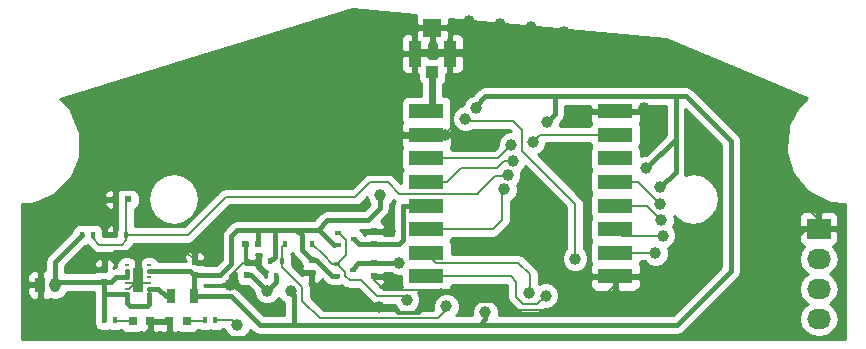
<source format=gtl>
G04 #@! TF.FileFunction,Copper,L1,Top,Signal*
%FSLAX46Y46*%
G04 Gerber Fmt 4.6, Leading zero omitted, Abs format (unit mm)*
G04 Created by KiCad (PCBNEW 4.0.5+dfsg1-4~bpo8+1) date Tue May  8 14:16:50 2018*
%MOMM*%
%LPD*%
G01*
G04 APERTURE LIST*
%ADD10C,0.100000*%
%ADD11C,1.000000*%
%ADD12R,1.100000X2.250000*%
%ADD13R,1.050000X1.100000*%
%ADD14R,1.524000X1.524000*%
%ADD15R,3.000000X1.300000*%
%ADD16R,0.950000X1.250000*%
%ADD17O,0.950000X1.250000*%
%ADD18R,0.500000X0.600000*%
%ADD19R,0.600000X0.500000*%
%ADD20R,0.797560X0.797560*%
%ADD21R,0.700000X1.300000*%
%ADD22R,0.510000X0.400000*%
%ADD23R,0.400000X0.600000*%
%ADD24R,2.032000X1.727200*%
%ADD25O,2.032000X1.727200*%
%ADD26O,0.500000X0.250000*%
%ADD27R,0.900000X2.000000*%
%ADD28R,0.400000X0.510000*%
%ADD29C,0.600000*%
%ADD30C,0.400000*%
%ADD31C,0.200000*%
%ADD32C,0.300000*%
%ADD33C,0.254000*%
G04 APERTURE END LIST*
D10*
D11*
X161550000Y-100700000D03*
X159000000Y-106350000D03*
X159000000Y-104350000D03*
X159000000Y-102350000D03*
X145350000Y-110900000D03*
X145350000Y-108900000D03*
X145350000Y-106900000D03*
X145350000Y-104900000D03*
X137800000Y-111400000D03*
X137800000Y-109400000D03*
X137800000Y-107400000D03*
X137800000Y-105400000D03*
D12*
X154325000Y-103200000D03*
X157275000Y-103200000D03*
D13*
X155800000Y-104750000D03*
D14*
X155800000Y-101000000D03*
D11*
X146220000Y-123340000D03*
X149710000Y-111090000D03*
X145350000Y-102900000D03*
X137010000Y-119500000D03*
X148100000Y-100500000D03*
X145950000Y-100900000D03*
X142250000Y-101950000D03*
X144200000Y-101400000D03*
X158900000Y-100450000D03*
X169600000Y-101900000D03*
X166950000Y-101400000D03*
X137410000Y-114800000D03*
X140050000Y-102650000D03*
X137800000Y-103400000D03*
X135950000Y-104050000D03*
X137750000Y-113250000D03*
X152700000Y-102200000D03*
X152700000Y-104100000D03*
X150390000Y-100240000D03*
X129600000Y-106250000D03*
X131826000Y-105410000D03*
X179100000Y-112600000D03*
X179200000Y-118900000D03*
X177500000Y-118900000D03*
X178000000Y-111400000D03*
X182100000Y-107000000D03*
X179600000Y-105200000D03*
X184300000Y-114700000D03*
X184300000Y-112700000D03*
X184300000Y-110700000D03*
X184300000Y-108700000D03*
X175100000Y-124600000D03*
X173000000Y-124600000D03*
X171000000Y-124600000D03*
X177000000Y-123200000D03*
X169000000Y-124600000D03*
X167200000Y-124600000D03*
X179200000Y-126600000D03*
X186000000Y-126600000D03*
X183900000Y-126600000D03*
X181500000Y-126600000D03*
X176920000Y-104020000D03*
X162750000Y-104350000D03*
X171050000Y-104300000D03*
X166850000Y-104300000D03*
X174600000Y-103200000D03*
X172150000Y-102450000D03*
X152750000Y-100150000D03*
X152700000Y-106000000D03*
X152720000Y-107820000D03*
X164200000Y-100950000D03*
X134000000Y-104650000D03*
X127370000Y-106840000D03*
X126470000Y-108450000D03*
X126520000Y-110320000D03*
X126520000Y-112420000D03*
X124920000Y-114720000D03*
X122520000Y-116420000D03*
X164900000Y-119300000D03*
X163200000Y-119300000D03*
X163200000Y-117600000D03*
X164900000Y-117600000D03*
D15*
X171310000Y-108060000D03*
X171310000Y-110060000D03*
X171310000Y-112060000D03*
X171310000Y-114060000D03*
X171310000Y-116060000D03*
X171310000Y-118060000D03*
X171310000Y-120060000D03*
X171310000Y-122060000D03*
X155310000Y-122060000D03*
X155310000Y-120060000D03*
X155310000Y-118060000D03*
X155310000Y-116060000D03*
X155310000Y-114060000D03*
X155310000Y-112060000D03*
X155310000Y-110060000D03*
X155310000Y-108060000D03*
D11*
X122600000Y-118300000D03*
X122600000Y-120100000D03*
D16*
X122630000Y-122770000D03*
D17*
X123880000Y-122770000D03*
D18*
X128020000Y-122540000D03*
X128020000Y-121440000D03*
X135670000Y-121940000D03*
X135670000Y-120840000D03*
X150900000Y-119350000D03*
X150900000Y-118250000D03*
X145600000Y-120650000D03*
X145600000Y-121750000D03*
X140100000Y-121950000D03*
X140100000Y-120850000D03*
D19*
X141050000Y-119300000D03*
X139950000Y-119300000D03*
X130070000Y-115530000D03*
X128970000Y-115530000D03*
D20*
X135019300Y-125840000D03*
X133520700Y-125840000D03*
X130420700Y-125840000D03*
X131919300Y-125840000D03*
D21*
X133710000Y-123740000D03*
X135610000Y-123740000D03*
D22*
X147750000Y-121000000D03*
X147750000Y-122000000D03*
X149050000Y-121500000D03*
X147850000Y-118400000D03*
X147850000Y-119400000D03*
X149150000Y-118900000D03*
D23*
X126170000Y-118540000D03*
X127070000Y-118540000D03*
X129870000Y-118540000D03*
X128970000Y-118540000D03*
X137420000Y-125740000D03*
X136520000Y-125740000D03*
X128020000Y-125740000D03*
X128920000Y-125740000D03*
X143350000Y-119300000D03*
X142450000Y-119300000D03*
D24*
X188520000Y-118040000D03*
D25*
X188520000Y-120580000D03*
X188520000Y-123120000D03*
X188520000Y-125660000D03*
D26*
X131820000Y-123590000D03*
X131820000Y-123090000D03*
X131820000Y-122590000D03*
X131820000Y-122090000D03*
X131820000Y-121590000D03*
X131820000Y-121090000D03*
X129920000Y-121090000D03*
X129920000Y-121590000D03*
X129920000Y-122090000D03*
X129920000Y-122590000D03*
X129920000Y-123090000D03*
X129920000Y-123590000D03*
D27*
X130870000Y-122340000D03*
D18*
X150900000Y-122050000D03*
X150900000Y-120950000D03*
D28*
X143100000Y-120750000D03*
X142100000Y-120750000D03*
X142600000Y-122050000D03*
D23*
X145650000Y-119300000D03*
X144750000Y-119300000D03*
D11*
X152200000Y-118200000D03*
X138700000Y-122800000D03*
X126400000Y-120600000D03*
X151290000Y-124620000D03*
X156840000Y-110060000D03*
X162000000Y-124200000D03*
X178500000Y-110100000D03*
X173700000Y-107800000D03*
X175100000Y-114500000D03*
X173900000Y-112900000D03*
X160300000Y-125100000D03*
X165500000Y-109000000D03*
X159500000Y-107800000D03*
X143800000Y-123300000D03*
X151400000Y-115200000D03*
X141800000Y-123300000D03*
X153650000Y-124030000D03*
X157000000Y-124600000D03*
X162200000Y-113500000D03*
X139300000Y-126200000D03*
X162600000Y-112300000D03*
X175200000Y-117300000D03*
X162500000Y-110900000D03*
X164300000Y-110700000D03*
X165400000Y-123700000D03*
X174700000Y-120100000D03*
X175300000Y-118600000D03*
X175100000Y-115900000D03*
X164010000Y-123480000D03*
X161900000Y-114700000D03*
X167890000Y-120560000D03*
X158600000Y-108700000D03*
X153000000Y-120900000D03*
D29*
X155800000Y-104750000D02*
X155800000Y-107570000D01*
X155800000Y-107570000D02*
X155310000Y-108060000D01*
D30*
X155800000Y-107570000D02*
X155310000Y-108060000D01*
X129920000Y-123590000D02*
X129920000Y-124290000D01*
X131820000Y-124370000D02*
X131820000Y-123590000D01*
X131640000Y-124550000D02*
X131820000Y-124370000D01*
X130180000Y-124550000D02*
X131640000Y-124550000D01*
X129920000Y-124290000D02*
X130180000Y-124550000D01*
X129920000Y-123590000D02*
X128020000Y-123590000D01*
D31*
X128100000Y-123500000D02*
X128020000Y-123500000D01*
X128100000Y-123510000D02*
X128100000Y-123500000D01*
X128020000Y-123590000D02*
X128100000Y-123510000D01*
D30*
X129920000Y-121590000D02*
X129920000Y-122090000D01*
X129920000Y-122090000D02*
X129010000Y-122090000D01*
X128560000Y-122540000D02*
X128020000Y-122540000D01*
X129010000Y-122090000D02*
X128560000Y-122540000D01*
X128020000Y-122540000D02*
X124110000Y-122540000D01*
D31*
X124110000Y-122540000D02*
X123880000Y-122770000D01*
D30*
X128020000Y-122540000D02*
X128020000Y-123500000D01*
X128020000Y-123500000D02*
X128020000Y-125740000D01*
X123880000Y-122770000D02*
X123880000Y-120830000D01*
X123880000Y-120830000D02*
X126170000Y-118540000D01*
D29*
X155310000Y-110060000D02*
X150740000Y-110060000D01*
X150740000Y-110060000D02*
X149710000Y-111090000D01*
D32*
X152400000Y-124620000D02*
X152920000Y-125140000D01*
X154640000Y-125140000D02*
X154840000Y-124940000D01*
X152920000Y-125140000D02*
X154640000Y-125140000D01*
X151290000Y-124620000D02*
X152400000Y-124620000D01*
X154840000Y-124940000D02*
X156580000Y-123200000D01*
D30*
X155310000Y-110060000D02*
X150798000Y-110060000D01*
X150798000Y-110060000D02*
X149548000Y-111310000D01*
D31*
X128970000Y-115530000D02*
X125730000Y-115530000D01*
X125730000Y-115530000D02*
X124920000Y-114720000D01*
X128970000Y-118540000D02*
X128970000Y-115530000D01*
D30*
X151230000Y-124518049D02*
X147318049Y-124518049D01*
X147318049Y-124518049D02*
X146100000Y-123300000D01*
X188520000Y-118040000D02*
X187260000Y-118040000D01*
X187260000Y-118040000D02*
X183900000Y-121400000D01*
X150900000Y-118250000D02*
X152150000Y-118250000D01*
X152150000Y-118250000D02*
X152200000Y-118200000D01*
D29*
X130870000Y-122340000D02*
X130870000Y-119600000D01*
D30*
X130870000Y-119600000D02*
X130900000Y-119570000D01*
D31*
X140100000Y-120850000D02*
X139850000Y-120850000D01*
X139850000Y-120850000D02*
X138700000Y-122000000D01*
X138700000Y-122000000D02*
X138700000Y-122800000D01*
X128020000Y-121440000D02*
X127240000Y-121440000D01*
X127240000Y-121440000D02*
X126400000Y-120600000D01*
X130900000Y-119900000D02*
X130900000Y-119570000D01*
X151190000Y-124520000D02*
X151230000Y-124518049D01*
X151290000Y-124620000D02*
X151190000Y-124520000D01*
X145600000Y-121750000D02*
X145600000Y-122800000D01*
X145600000Y-122800000D02*
X146100000Y-123300000D01*
X162000000Y-124200000D02*
X159100000Y-124200000D01*
X159100000Y-124200000D02*
X158600000Y-123700000D01*
X150900000Y-122050000D02*
X150900000Y-122400000D01*
X151700000Y-123200000D02*
X156580000Y-123200000D01*
X150900000Y-122400000D02*
X151700000Y-123200000D01*
X156580000Y-123200000D02*
X157100000Y-123200000D01*
X157100000Y-123200000D02*
X158100000Y-123200000D01*
X158100000Y-123200000D02*
X158600000Y-123700000D01*
X158600000Y-123700000D02*
X158900000Y-124000000D01*
X155310000Y-110060000D02*
X156840000Y-110060000D01*
X161200000Y-102900000D02*
X161100000Y-102900000D01*
X157400000Y-109500000D02*
X156840000Y-110060000D01*
X157400000Y-106600000D02*
X157400000Y-109500000D01*
X161100000Y-102900000D02*
X157400000Y-106600000D01*
X188520000Y-118040000D02*
X188520000Y-117320000D01*
X188520000Y-117320000D02*
X182800000Y-111600000D01*
X176200000Y-102900000D02*
X161200000Y-102900000D01*
X161200000Y-102900000D02*
X156975000Y-102900000D01*
X182800000Y-109500000D02*
X176200000Y-102900000D01*
X182800000Y-111600000D02*
X182800000Y-109500000D01*
X154025000Y-102900000D02*
X156975000Y-102900000D01*
D30*
X183900000Y-121400000D02*
X178000000Y-127300000D01*
X178000000Y-127300000D02*
X131100000Y-127300000D01*
D31*
X164900000Y-119300000D02*
X164900000Y-121500000D01*
X164900000Y-121500000D02*
X165460000Y-122060000D01*
X165460000Y-122060000D02*
X171310000Y-122060000D01*
X171310000Y-122790000D02*
X171310000Y-122060000D01*
X169200000Y-124900000D02*
X171310000Y-122790000D01*
X162700000Y-124900000D02*
X169200000Y-124900000D01*
X162000000Y-124200000D02*
X162700000Y-124900000D01*
X171310000Y-122060000D02*
X174640000Y-122060000D01*
X180100000Y-111700000D02*
X178500000Y-110100000D01*
X180100000Y-116600000D02*
X180100000Y-111700000D01*
X174640000Y-122060000D02*
X180100000Y-116600000D01*
X173440000Y-108060000D02*
X171310000Y-108060000D01*
X173700000Y-107800000D02*
X173440000Y-108060000D01*
X139950000Y-119300000D02*
X139950000Y-120700000D01*
X139950000Y-120700000D02*
X140100000Y-120850000D01*
X155260000Y-110060000D02*
X155310000Y-110060000D01*
X122600000Y-120100000D02*
X122600000Y-122740000D01*
X122600000Y-122740000D02*
X122630000Y-122770000D01*
X122600000Y-118300000D02*
X122600000Y-120100000D01*
X131820000Y-122590000D02*
X131120000Y-122590000D01*
X131120000Y-122590000D02*
X130870000Y-122340000D01*
X140100000Y-120850000D02*
X140100000Y-119450000D01*
X140100000Y-119450000D02*
X139950000Y-119300000D01*
X129920000Y-122590000D02*
X130620000Y-122590000D01*
X130620000Y-122590000D02*
X130870000Y-122340000D01*
X129920000Y-123090000D02*
X130120000Y-123090000D01*
X130120000Y-123090000D02*
X130870000Y-122340000D01*
X128020000Y-121440000D02*
X128020000Y-120780000D01*
X128900000Y-119900000D02*
X130900000Y-119900000D01*
X130900000Y-119900000D02*
X131500000Y-119900000D01*
X128020000Y-120780000D02*
X128900000Y-119900000D01*
X135670000Y-120840000D02*
X135670000Y-120670000D01*
X135670000Y-120670000D02*
X134900000Y-119900000D01*
X134900000Y-119900000D02*
X131500000Y-119900000D01*
X131500000Y-119900000D02*
X131300000Y-119900000D01*
X131300000Y-119900000D02*
X130870000Y-120330000D01*
X130870000Y-120330000D02*
X130870000Y-122340000D01*
D30*
X131919300Y-125840000D02*
X131919300Y-126480700D01*
X122630000Y-125530000D02*
X122630000Y-122770000D01*
X124400000Y-127300000D02*
X122630000Y-125530000D01*
X131100000Y-127300000D02*
X124400000Y-127300000D01*
X131919300Y-126480700D02*
X131100000Y-127300000D01*
D31*
X131919300Y-125840000D02*
X133520700Y-125840000D01*
D30*
X176400000Y-113200000D02*
X176400000Y-110400000D01*
X175100000Y-114500000D02*
X176400000Y-113200000D01*
X173900000Y-112900000D02*
X176400000Y-110400000D01*
X176400000Y-110400000D02*
X176400000Y-106800000D01*
X158800000Y-126200000D02*
X159800000Y-126200000D01*
X160300000Y-125700000D02*
X160300000Y-125100000D01*
X159800000Y-126200000D02*
X160300000Y-125700000D01*
X166200000Y-106800000D02*
X166200000Y-108300000D01*
X166200000Y-108300000D02*
X165500000Y-109000000D01*
D31*
X159500000Y-107800000D02*
X159500000Y-107600000D01*
D30*
X160300000Y-106800000D02*
X166200000Y-106800000D01*
X166200000Y-106800000D02*
X176400000Y-106800000D01*
X176400000Y-106800000D02*
X177300000Y-106800000D01*
X181100000Y-121600000D02*
X181100000Y-110600000D01*
X176500000Y-126200000D02*
X181100000Y-121600000D01*
X158800000Y-126200000D02*
X176500000Y-126200000D01*
X181100000Y-110600000D02*
X177300000Y-106800000D01*
X159500000Y-107600000D02*
X160300000Y-106800000D01*
X144100000Y-126200000D02*
X144100000Y-123600000D01*
D31*
X144100000Y-123600000D02*
X143800000Y-123300000D01*
D30*
X145600000Y-120650000D02*
X145950000Y-120650000D01*
X147300000Y-122000000D02*
X147750000Y-122000000D01*
X145950000Y-120650000D02*
X147300000Y-122000000D01*
X144750000Y-119300000D02*
X144750000Y-119800000D01*
X144750000Y-119800000D02*
X145600000Y-120650000D01*
X146100000Y-118100000D02*
X146900000Y-117300000D01*
X151400000Y-116300000D02*
X151400000Y-115200000D01*
X150400000Y-117300000D02*
X151400000Y-116300000D01*
X146900000Y-117300000D02*
X150400000Y-117300000D01*
X135610000Y-123740000D02*
X138740000Y-123740000D01*
X144100000Y-126200000D02*
X158800000Y-126200000D01*
X141200000Y-126200000D02*
X144100000Y-126200000D01*
X138740000Y-123740000D02*
X141200000Y-126200000D01*
X141050000Y-119300000D02*
X141050000Y-118100000D01*
D31*
X141050000Y-118100000D02*
X140700000Y-118100000D01*
D30*
X142450000Y-119300000D02*
X142450000Y-120400000D01*
X142450000Y-120400000D02*
X142100000Y-120750000D01*
X144750000Y-119300000D02*
X144750000Y-118550000D01*
X144750000Y-118550000D02*
X144300000Y-118100000D01*
X142470000Y-118100000D02*
X144300000Y-118100000D01*
X144300000Y-118100000D02*
X146100000Y-118100000D01*
D31*
X146100000Y-118100000D02*
X146200000Y-118100000D01*
X147500000Y-119400000D02*
X147850000Y-119400000D01*
D30*
X146200000Y-118100000D02*
X147500000Y-119400000D01*
X142470000Y-119270000D02*
X142470000Y-118100000D01*
D31*
X142470000Y-118100000D02*
X142470000Y-118100000D01*
X142470000Y-118100000D02*
X142500000Y-118100000D01*
D30*
X135670000Y-121940000D02*
X137860000Y-121940000D01*
X139300000Y-118100000D02*
X140700000Y-118100000D01*
X140700000Y-118100000D02*
X142500000Y-118100000D01*
X138800000Y-118600000D02*
X139300000Y-118100000D01*
X138800000Y-121000000D02*
X138800000Y-118600000D01*
X137860000Y-121940000D02*
X138800000Y-121000000D01*
X131820000Y-121590000D02*
X135320000Y-121590000D01*
X135320000Y-121590000D02*
X135670000Y-121940000D01*
X135610000Y-123740000D02*
X135610000Y-122000000D01*
D31*
X135610000Y-122000000D02*
X135670000Y-121940000D01*
D30*
X152500000Y-119350000D02*
X152950000Y-119350000D01*
X152950000Y-119350000D02*
X153300000Y-119000000D01*
X150900000Y-119350000D02*
X152500000Y-119350000D01*
X150900000Y-119350000D02*
X150950000Y-119350000D01*
X153340000Y-116060000D02*
X155310000Y-116060000D01*
X153300000Y-116100000D02*
X153340000Y-116060000D01*
X153300000Y-119000000D02*
X153300000Y-116100000D01*
D31*
X155310000Y-116060000D02*
X154040000Y-116060000D01*
X155310000Y-116060000D02*
X153940000Y-116060000D01*
D30*
X150900000Y-119350000D02*
X149600000Y-119350000D01*
X149600000Y-119350000D02*
X149150000Y-118900000D01*
X140100000Y-121950000D02*
X140450000Y-121950000D01*
X140450000Y-121950000D02*
X141800000Y-123300000D01*
X142600000Y-122050000D02*
X142600000Y-122500000D01*
X142600000Y-122500000D02*
X141800000Y-123300000D01*
D31*
X135019300Y-125840000D02*
X136420000Y-125840000D01*
X136420000Y-125840000D02*
X136520000Y-125740000D01*
X130420700Y-125840000D02*
X129020000Y-125840000D01*
X129020000Y-125840000D02*
X128920000Y-125740000D01*
D30*
X133710000Y-123740000D02*
X133240000Y-123740000D01*
X132590000Y-123090000D02*
X131820000Y-123090000D01*
X133240000Y-123740000D02*
X132590000Y-123090000D01*
D31*
X151120000Y-123720000D02*
X153340000Y-123720000D01*
X153340000Y-123720000D02*
X153650000Y-124030000D01*
X148800000Y-122400000D02*
X148400000Y-122000000D01*
X149800000Y-122400000D02*
X148800000Y-122400000D01*
X151120000Y-123720000D02*
X149800000Y-122400000D01*
X148400000Y-122000000D02*
X148400000Y-121650000D01*
X148400000Y-121650000D02*
X147750000Y-121000000D01*
X147750000Y-121000000D02*
X147350000Y-121000000D01*
X147350000Y-121000000D02*
X146600000Y-120250000D01*
X146600000Y-120250000D02*
X145650000Y-119300000D01*
X147850000Y-118400000D02*
X147900000Y-118400000D01*
X147900000Y-118400000D02*
X148500000Y-119000000D01*
X148500000Y-120250000D02*
X147750000Y-121000000D01*
X148500000Y-119000000D02*
X148500000Y-120250000D01*
X157000000Y-124600000D02*
X157000000Y-124900000D01*
X144800000Y-124100000D02*
X144800000Y-123000000D01*
X146300000Y-125600000D02*
X144800000Y-124100000D01*
X156300000Y-125600000D02*
X146300000Y-125600000D01*
X157000000Y-124900000D02*
X156300000Y-125600000D01*
X144800000Y-123000000D02*
X144700000Y-122900000D01*
X143100000Y-120750000D02*
X143100000Y-121300000D01*
X143100000Y-121300000D02*
X144700000Y-122900000D01*
X143100000Y-120750000D02*
X143100000Y-119550000D01*
X143100000Y-119550000D02*
X143350000Y-119300000D01*
X129870000Y-118540000D02*
X135120000Y-118540000D01*
X138360000Y-115300000D02*
X140000000Y-115300000D01*
X135120000Y-118540000D02*
X138360000Y-115300000D01*
X150950000Y-114100000D02*
X152060000Y-114100000D01*
X161100000Y-113600000D02*
X162100000Y-113600000D01*
X162100000Y-113600000D02*
X162200000Y-113500000D01*
X159700000Y-115000000D02*
X161100000Y-113600000D01*
X153020000Y-115060000D02*
X159640000Y-115060000D01*
X159640000Y-115060000D02*
X159700000Y-115000000D01*
X140000000Y-115300000D02*
X149300000Y-115300000D01*
X149300000Y-115300000D02*
X150500000Y-114100000D01*
X150500000Y-114100000D02*
X150950000Y-114100000D01*
X152060000Y-114100000D02*
X153020000Y-115060000D01*
X129870000Y-118540000D02*
X129870000Y-115730000D01*
X129870000Y-115730000D02*
X130070000Y-115530000D01*
X127070000Y-118540000D02*
X127070000Y-118810000D01*
X127070000Y-118810000D02*
X127620000Y-119360000D01*
X127620000Y-119360000D02*
X129520000Y-119360000D01*
X129520000Y-119360000D02*
X129870000Y-119010000D01*
X129870000Y-119010000D02*
X129870000Y-118540000D01*
X129870000Y-115740000D02*
X130070000Y-115540000D01*
X138840000Y-125740000D02*
X137420000Y-125740000D01*
X139300000Y-126200000D02*
X138840000Y-125740000D01*
X162600000Y-112300000D02*
X161900000Y-112300000D01*
X157040000Y-114060000D02*
X155310000Y-114060000D01*
X158200000Y-112900000D02*
X157040000Y-114060000D01*
X161300000Y-112900000D02*
X158200000Y-112900000D01*
X161900000Y-112300000D02*
X161300000Y-112900000D01*
X173960000Y-116060000D02*
X171310000Y-116060000D01*
X175200000Y-117300000D02*
X173960000Y-116060000D01*
X161340000Y-112060000D02*
X155310000Y-112060000D01*
X162500000Y-110900000D02*
X161340000Y-112060000D01*
X164940000Y-110060000D02*
X171310000Y-110060000D01*
X164300000Y-110700000D02*
X164940000Y-110060000D01*
X162460000Y-122060000D02*
X155310000Y-122060000D01*
X162900000Y-122500000D02*
X162460000Y-122060000D01*
X162900000Y-123800000D02*
X162900000Y-122500000D01*
X163500000Y-124400000D02*
X162900000Y-123800000D01*
X164700000Y-124400000D02*
X163500000Y-124400000D01*
X165400000Y-123700000D02*
X164700000Y-124400000D01*
X174660000Y-120060000D02*
X171310000Y-120060000D01*
X174700000Y-120100000D02*
X174660000Y-120060000D01*
X175300000Y-118600000D02*
X171850000Y-118600000D01*
X171850000Y-118600000D02*
X171310000Y-118060000D01*
X173260000Y-114060000D02*
X171310000Y-114060000D01*
X175100000Y-115900000D02*
X173260000Y-114060000D01*
X172660000Y-114060000D02*
X171310000Y-114060000D01*
X164080000Y-123550000D02*
X164080000Y-121890000D01*
X164010000Y-123480000D02*
X164080000Y-123550000D01*
X163090000Y-120900000D02*
X156150000Y-120900000D01*
X156150000Y-120900000D02*
X155310000Y-120060000D01*
X164080000Y-121890000D02*
X163090000Y-120900000D01*
X160940000Y-118060000D02*
X155310000Y-118060000D01*
X161700000Y-117300000D02*
X160940000Y-118060000D01*
X161700000Y-114900000D02*
X161700000Y-117300000D01*
X161900000Y-114700000D02*
X161700000Y-114900000D01*
X156140000Y-118060000D02*
X155310000Y-118060000D01*
X160200000Y-108900000D02*
X162600000Y-108900000D01*
X167900000Y-115900000D02*
X167890000Y-120560000D01*
X163400000Y-111400000D02*
X167900000Y-115900000D01*
X163400000Y-109700000D02*
X163400000Y-111400000D01*
X162600000Y-108900000D02*
X163400000Y-109700000D01*
X158700000Y-108900000D02*
X160200000Y-108900000D01*
X158800000Y-108900000D02*
X158700000Y-108900000D01*
X158600000Y-108700000D02*
X158800000Y-108900000D01*
D30*
X150900000Y-120950000D02*
X152950000Y-120950000D01*
D31*
X152950000Y-120950000D02*
X153000000Y-120900000D01*
X149050000Y-121500000D02*
X149050000Y-121450000D01*
D30*
X149050000Y-121450000D02*
X149550000Y-120950000D01*
X149550000Y-120950000D02*
X150900000Y-120950000D01*
D33*
G36*
X154463913Y-99964634D02*
X154403000Y-100111690D01*
X154403000Y-100714250D01*
X154561750Y-100873000D01*
X155673000Y-100873000D01*
X155673000Y-100853000D01*
X155927000Y-100853000D01*
X155927000Y-100873000D01*
X157038250Y-100873000D01*
X157197000Y-100714250D01*
X157197000Y-100225426D01*
X175583727Y-101979897D01*
X187550529Y-106936709D01*
X186914126Y-107515412D01*
X186842190Y-107612739D01*
X186766659Y-107707285D01*
X185959433Y-109266537D01*
X185912229Y-109429860D01*
X185885222Y-109523302D01*
X185736143Y-111272773D01*
X185765840Y-111538392D01*
X186297603Y-113211744D01*
X186426687Y-113445779D01*
X187558335Y-114788258D01*
X187744816Y-114937233D01*
X187767155Y-114955079D01*
X189326407Y-115762305D01*
X189583171Y-115836516D01*
X190705804Y-115932180D01*
X190705804Y-127349399D01*
X121075804Y-127349399D01*
X121075804Y-123055750D01*
X121520000Y-123055750D01*
X121520000Y-123521310D01*
X121616673Y-123754699D01*
X121795302Y-123933327D01*
X122028691Y-124030000D01*
X122344250Y-124030000D01*
X122503000Y-123871250D01*
X122503000Y-122897000D01*
X121678750Y-122897000D01*
X121520000Y-123055750D01*
X121075804Y-123055750D01*
X121075804Y-122018690D01*
X121520000Y-122018690D01*
X121520000Y-122484250D01*
X121678750Y-122643000D01*
X122503000Y-122643000D01*
X122503000Y-121668750D01*
X122757000Y-121668750D01*
X122757000Y-122643000D01*
X122770000Y-122643000D01*
X122770000Y-122897000D01*
X122757000Y-122897000D01*
X122757000Y-123871250D01*
X122915750Y-124030000D01*
X123231309Y-124030000D01*
X123424790Y-123949858D01*
X123455221Y-123970191D01*
X123880000Y-124054685D01*
X124304779Y-123970191D01*
X124664889Y-123729574D01*
X124901807Y-123375000D01*
X127185000Y-123375000D01*
X127185000Y-125378569D01*
X127172560Y-125440000D01*
X127172560Y-126040000D01*
X127216838Y-126275317D01*
X127355910Y-126491441D01*
X127568110Y-126636431D01*
X127820000Y-126687440D01*
X128220000Y-126687440D01*
X128455317Y-126643162D01*
X128466979Y-126635658D01*
X128468110Y-126636431D01*
X128720000Y-126687440D01*
X129120000Y-126687440D01*
X129355317Y-126643162D01*
X129461244Y-126575000D01*
X129483687Y-126575000D01*
X129557830Y-126690221D01*
X129770030Y-126835211D01*
X130021920Y-126886220D01*
X130819480Y-126886220D01*
X131054797Y-126841942D01*
X131158759Y-126775044D01*
X131160822Y-126777107D01*
X131394211Y-126873780D01*
X131633550Y-126873780D01*
X131792300Y-126715030D01*
X131792300Y-125967000D01*
X132046300Y-125967000D01*
X132046300Y-126715030D01*
X132205050Y-126873780D01*
X132444389Y-126873780D01*
X132677778Y-126777107D01*
X132720000Y-126734885D01*
X132762222Y-126777107D01*
X132995611Y-126873780D01*
X133234950Y-126873780D01*
X133393700Y-126715030D01*
X133393700Y-125967000D01*
X132046300Y-125967000D01*
X131792300Y-125967000D01*
X131772300Y-125967000D01*
X131772300Y-125713000D01*
X131792300Y-125713000D01*
X131792300Y-125693000D01*
X132046300Y-125693000D01*
X132046300Y-125713000D01*
X133393700Y-125713000D01*
X133393700Y-125693000D01*
X133647700Y-125693000D01*
X133647700Y-125713000D01*
X133667700Y-125713000D01*
X133667700Y-125967000D01*
X133647700Y-125967000D01*
X133647700Y-126715030D01*
X133806450Y-126873780D01*
X134045789Y-126873780D01*
X134279178Y-126777107D01*
X134280970Y-126775315D01*
X134368630Y-126835211D01*
X134620520Y-126886220D01*
X135418080Y-126886220D01*
X135653397Y-126841942D01*
X135869521Y-126702870D01*
X135956891Y-126575000D01*
X135978203Y-126575000D01*
X136068110Y-126636431D01*
X136320000Y-126687440D01*
X136720000Y-126687440D01*
X136955317Y-126643162D01*
X136966979Y-126635658D01*
X136968110Y-126636431D01*
X137220000Y-126687440D01*
X137620000Y-126687440D01*
X137855317Y-126643162D01*
X138071441Y-126504090D01*
X138091317Y-126475000D01*
X138185556Y-126475000D01*
X138337233Y-126842086D01*
X138656235Y-127161645D01*
X139073244Y-127334803D01*
X139524775Y-127335197D01*
X139942086Y-127162767D01*
X140261645Y-126843765D01*
X140379374Y-126560242D01*
X140609566Y-126790434D01*
X140880459Y-126971439D01*
X141200000Y-127035000D01*
X176500000Y-127035000D01*
X176819541Y-126971439D01*
X177090434Y-126790434D01*
X181690434Y-122190434D01*
X181707560Y-122164803D01*
X181871439Y-121919541D01*
X181935000Y-121600000D01*
X181935000Y-120580000D01*
X186836655Y-120580000D01*
X186950729Y-121153489D01*
X187275585Y-121639670D01*
X187590366Y-121850000D01*
X187275585Y-122060330D01*
X186950729Y-122546511D01*
X186836655Y-123120000D01*
X186950729Y-123693489D01*
X187275585Y-124179670D01*
X187590366Y-124390000D01*
X187275585Y-124600330D01*
X186950729Y-125086511D01*
X186836655Y-125660000D01*
X186950729Y-126233489D01*
X187275585Y-126719670D01*
X187761766Y-127044526D01*
X188335255Y-127158600D01*
X188704745Y-127158600D01*
X189278234Y-127044526D01*
X189764415Y-126719670D01*
X190089271Y-126233489D01*
X190203345Y-125660000D01*
X190089271Y-125086511D01*
X189764415Y-124600330D01*
X189449634Y-124390000D01*
X189764415Y-124179670D01*
X190089271Y-123693489D01*
X190203345Y-123120000D01*
X190089271Y-122546511D01*
X189764415Y-122060330D01*
X189449634Y-121850000D01*
X189764415Y-121639670D01*
X190089271Y-121153489D01*
X190203345Y-120580000D01*
X190089271Y-120006511D01*
X189764415Y-119520330D01*
X189742220Y-119505500D01*
X189895698Y-119441927D01*
X190074327Y-119263299D01*
X190171000Y-119029910D01*
X190171000Y-118325750D01*
X190012250Y-118167000D01*
X188647000Y-118167000D01*
X188647000Y-118187000D01*
X188393000Y-118187000D01*
X188393000Y-118167000D01*
X187027750Y-118167000D01*
X186869000Y-118325750D01*
X186869000Y-119029910D01*
X186965673Y-119263299D01*
X187144302Y-119441927D01*
X187297780Y-119505500D01*
X187275585Y-119520330D01*
X186950729Y-120006511D01*
X186836655Y-120580000D01*
X181935000Y-120580000D01*
X181935000Y-117050090D01*
X186869000Y-117050090D01*
X186869000Y-117754250D01*
X187027750Y-117913000D01*
X188393000Y-117913000D01*
X188393000Y-116700150D01*
X188647000Y-116700150D01*
X188647000Y-117913000D01*
X190012250Y-117913000D01*
X190171000Y-117754250D01*
X190171000Y-117050090D01*
X190074327Y-116816701D01*
X189895698Y-116638073D01*
X189662309Y-116541400D01*
X188805750Y-116541400D01*
X188647000Y-116700150D01*
X188393000Y-116700150D01*
X188234250Y-116541400D01*
X187377691Y-116541400D01*
X187144302Y-116638073D01*
X186965673Y-116816701D01*
X186869000Y-117050090D01*
X181935000Y-117050090D01*
X181935000Y-110600000D01*
X181898943Y-110418728D01*
X181871440Y-110280460D01*
X181690434Y-110009566D01*
X177890434Y-106209566D01*
X177828296Y-106168047D01*
X177619541Y-106028561D01*
X177300000Y-105965000D01*
X160300000Y-105965000D01*
X159980459Y-106028561D01*
X159771704Y-106168047D01*
X159709566Y-106209566D01*
X159239615Y-106679517D01*
X158857914Y-106837233D01*
X158538355Y-107156235D01*
X158367351Y-107568056D01*
X157957914Y-107737233D01*
X157638355Y-108056235D01*
X157465197Y-108473244D01*
X157464803Y-108924775D01*
X157637233Y-109342086D01*
X157956235Y-109661645D01*
X158373244Y-109834803D01*
X158824775Y-109835197D01*
X159242086Y-109662767D01*
X159269901Y-109635000D01*
X162295554Y-109635000D01*
X162425488Y-109764934D01*
X162275225Y-109764803D01*
X161857914Y-109937233D01*
X161538355Y-110256235D01*
X161365197Y-110673244D01*
X161364916Y-110995638D01*
X161035554Y-111325000D01*
X157441446Y-111325000D01*
X157413162Y-111174683D01*
X157346672Y-111071354D01*
X157348327Y-111069699D01*
X157445000Y-110836310D01*
X157445000Y-110345750D01*
X157286250Y-110187000D01*
X155437000Y-110187000D01*
X155437000Y-110207000D01*
X155183000Y-110207000D01*
X155183000Y-110187000D01*
X153333750Y-110187000D01*
X153175000Y-110345750D01*
X153175000Y-110836310D01*
X153271673Y-111069699D01*
X153273042Y-111071068D01*
X153213569Y-111158110D01*
X153162560Y-111410000D01*
X153162560Y-112710000D01*
X153206838Y-112945317D01*
X153280620Y-113059978D01*
X153213569Y-113158110D01*
X153162560Y-113410000D01*
X153162560Y-114163114D01*
X152579723Y-113580277D01*
X152341272Y-113420949D01*
X152060000Y-113365000D01*
X150500000Y-113365000D01*
X150218728Y-113420949D01*
X149980276Y-113580277D01*
X148995554Y-114565000D01*
X138360000Y-114565000D01*
X138080769Y-114620543D01*
X138078728Y-114620949D01*
X137840277Y-114780276D01*
X134815554Y-117805000D01*
X130605000Y-117805000D01*
X130605000Y-116383222D01*
X130605317Y-116383162D01*
X130821441Y-116244090D01*
X130966431Y-116031890D01*
X131017440Y-115780000D01*
X131017440Y-115491758D01*
X131705804Y-115491758D01*
X131872127Y-116327921D01*
X132345776Y-117036786D01*
X133054641Y-117510435D01*
X133890804Y-117676758D01*
X134726967Y-117510435D01*
X135435832Y-117036786D01*
X135909481Y-116327921D01*
X136075804Y-115491758D01*
X135909481Y-114655595D01*
X135435832Y-113946730D01*
X134726967Y-113473081D01*
X133890804Y-113306758D01*
X133054641Y-113473081D01*
X132345776Y-113946730D01*
X131872127Y-114655595D01*
X131705804Y-115491758D01*
X131017440Y-115491758D01*
X131017440Y-115280000D01*
X130973162Y-115044683D01*
X130834090Y-114828559D01*
X130621890Y-114683569D01*
X130370000Y-114632560D01*
X129770000Y-114632560D01*
X129534683Y-114676838D01*
X129510594Y-114692339D01*
X129396309Y-114645000D01*
X129255750Y-114645000D01*
X129097000Y-114803750D01*
X129097000Y-115405000D01*
X129117000Y-115405000D01*
X129117000Y-115655000D01*
X129097000Y-115655000D01*
X129097000Y-116256250D01*
X129135000Y-116294250D01*
X129135000Y-117698750D01*
X129070000Y-117763750D01*
X129070000Y-118005734D01*
X129022560Y-118240000D01*
X129022560Y-118625000D01*
X127924447Y-118625000D01*
X127917440Y-118617993D01*
X127917440Y-118240000D01*
X127893674Y-118113690D01*
X128135000Y-118113690D01*
X128135000Y-118254250D01*
X128293750Y-118413000D01*
X128870000Y-118413000D01*
X128870000Y-117763750D01*
X128711250Y-117605000D01*
X128643691Y-117605000D01*
X128410302Y-117701673D01*
X128231673Y-117880301D01*
X128135000Y-118113690D01*
X127893674Y-118113690D01*
X127873162Y-118004683D01*
X127734090Y-117788559D01*
X127521890Y-117643569D01*
X127270000Y-117592560D01*
X126870000Y-117592560D01*
X126634683Y-117636838D01*
X126623021Y-117644342D01*
X126621890Y-117643569D01*
X126370000Y-117592560D01*
X125970000Y-117592560D01*
X125734683Y-117636838D01*
X125518559Y-117775910D01*
X125373569Y-117988110D01*
X125331048Y-118198084D01*
X123289566Y-120239566D01*
X123108561Y-120510459D01*
X123045000Y-120830000D01*
X123045000Y-121510000D01*
X122915750Y-121510000D01*
X122757000Y-121668750D01*
X122503000Y-121668750D01*
X122344250Y-121510000D01*
X122028691Y-121510000D01*
X121795302Y-121606673D01*
X121616673Y-121785301D01*
X121520000Y-122018690D01*
X121075804Y-122018690D01*
X121075804Y-115956314D01*
X121844816Y-115919797D01*
X121962262Y-115890582D01*
X122080711Y-115865801D01*
X122202939Y-115813750D01*
X128035000Y-115813750D01*
X128035000Y-115906310D01*
X128131673Y-116139699D01*
X128310302Y-116318327D01*
X128543691Y-116415000D01*
X128684250Y-116415000D01*
X128843000Y-116256250D01*
X128843000Y-115655000D01*
X128193750Y-115655000D01*
X128035000Y-115813750D01*
X122202939Y-115813750D01*
X123696143Y-115177868D01*
X123731564Y-115153690D01*
X128035000Y-115153690D01*
X128035000Y-115246250D01*
X128193750Y-115405000D01*
X128843000Y-115405000D01*
X128843000Y-114803750D01*
X128684250Y-114645000D01*
X128543691Y-114645000D01*
X128310302Y-114741673D01*
X128131673Y-114920301D01*
X128035000Y-115153690D01*
X123731564Y-115153690D01*
X123916893Y-115027187D01*
X125146100Y-113773420D01*
X125292383Y-113549732D01*
X125948225Y-111921006D01*
X125997772Y-111658364D01*
X125980404Y-109902637D01*
X125960932Y-109809566D01*
X125925671Y-109641027D01*
X125237737Y-108025594D01*
X125087057Y-107804844D01*
X125087054Y-107804842D01*
X124684323Y-107410000D01*
X153162560Y-107410000D01*
X153162560Y-108710000D01*
X153206838Y-108945317D01*
X153273328Y-109048646D01*
X153271673Y-109050301D01*
X153175000Y-109283690D01*
X153175000Y-109774250D01*
X153333750Y-109933000D01*
X155183000Y-109933000D01*
X155183000Y-109913000D01*
X155437000Y-109913000D01*
X155437000Y-109933000D01*
X157286250Y-109933000D01*
X157445000Y-109774250D01*
X157445000Y-109283690D01*
X157348327Y-109050301D01*
X157346958Y-109048932D01*
X157406431Y-108961890D01*
X157457440Y-108710000D01*
X157457440Y-107410000D01*
X157413162Y-107174683D01*
X157274090Y-106958559D01*
X157061890Y-106813569D01*
X156810000Y-106762560D01*
X156735000Y-106762560D01*
X156735000Y-105790757D01*
X156776441Y-105764090D01*
X156921431Y-105551890D01*
X156972440Y-105300000D01*
X156972440Y-104960000D01*
X156989250Y-104960000D01*
X157148000Y-104801250D01*
X157148000Y-103327000D01*
X157402000Y-103327000D01*
X157402000Y-104801250D01*
X157560750Y-104960000D01*
X157951309Y-104960000D01*
X158184698Y-104863327D01*
X158363327Y-104684699D01*
X158460000Y-104451310D01*
X158460000Y-103485750D01*
X158301250Y-103327000D01*
X157402000Y-103327000D01*
X157148000Y-103327000D01*
X156248750Y-103327000D01*
X156090000Y-103485750D01*
X156090000Y-103552560D01*
X155510000Y-103552560D01*
X155510000Y-103485750D01*
X155351250Y-103327000D01*
X154452000Y-103327000D01*
X154452000Y-104801250D01*
X154610750Y-104960000D01*
X154627560Y-104960000D01*
X154627560Y-105300000D01*
X154671838Y-105535317D01*
X154810910Y-105751441D01*
X154865000Y-105788399D01*
X154865000Y-106762560D01*
X153810000Y-106762560D01*
X153574683Y-106806838D01*
X153358559Y-106945910D01*
X153213569Y-107158110D01*
X153162560Y-107410000D01*
X124684323Y-107410000D01*
X124281433Y-107015003D01*
X135789665Y-103485750D01*
X153140000Y-103485750D01*
X153140000Y-104451310D01*
X153236673Y-104684699D01*
X153415302Y-104863327D01*
X153648691Y-104960000D01*
X154039250Y-104960000D01*
X154198000Y-104801250D01*
X154198000Y-103327000D01*
X153298750Y-103327000D01*
X153140000Y-103485750D01*
X135789665Y-103485750D01*
X140801729Y-101948690D01*
X153140000Y-101948690D01*
X153140000Y-102914250D01*
X153298750Y-103073000D01*
X154198000Y-103073000D01*
X154198000Y-101598750D01*
X154039250Y-101440000D01*
X153648691Y-101440000D01*
X153415302Y-101536673D01*
X153236673Y-101715301D01*
X153140000Y-101948690D01*
X140801729Y-101948690D01*
X142963452Y-101285750D01*
X154403000Y-101285750D01*
X154403000Y-101888310D01*
X154452000Y-102006606D01*
X154452000Y-103073000D01*
X155351250Y-103073000D01*
X155510000Y-102914250D01*
X155510000Y-102397000D01*
X155514250Y-102397000D01*
X155673000Y-102238250D01*
X155673000Y-101127000D01*
X155927000Y-101127000D01*
X155927000Y-102238250D01*
X156085750Y-102397000D01*
X156090000Y-102397000D01*
X156090000Y-102914250D01*
X156248750Y-103073000D01*
X157148000Y-103073000D01*
X157148000Y-102006606D01*
X157197000Y-101888310D01*
X157197000Y-101598750D01*
X157402000Y-101598750D01*
X157402000Y-103073000D01*
X158301250Y-103073000D01*
X158460000Y-102914250D01*
X158460000Y-101948690D01*
X158363327Y-101715301D01*
X158184698Y-101536673D01*
X157951309Y-101440000D01*
X157560750Y-101440000D01*
X157402000Y-101598750D01*
X157197000Y-101598750D01*
X157197000Y-101285750D01*
X157038250Y-101127000D01*
X155927000Y-101127000D01*
X155673000Y-101127000D01*
X154561750Y-101127000D01*
X154403000Y-101285750D01*
X142963452Y-101285750D01*
X148978228Y-99441187D01*
X154463913Y-99964634D01*
X154463913Y-99964634D01*
G37*
X154463913Y-99964634D02*
X154403000Y-100111690D01*
X154403000Y-100714250D01*
X154561750Y-100873000D01*
X155673000Y-100873000D01*
X155673000Y-100853000D01*
X155927000Y-100853000D01*
X155927000Y-100873000D01*
X157038250Y-100873000D01*
X157197000Y-100714250D01*
X157197000Y-100225426D01*
X175583727Y-101979897D01*
X187550529Y-106936709D01*
X186914126Y-107515412D01*
X186842190Y-107612739D01*
X186766659Y-107707285D01*
X185959433Y-109266537D01*
X185912229Y-109429860D01*
X185885222Y-109523302D01*
X185736143Y-111272773D01*
X185765840Y-111538392D01*
X186297603Y-113211744D01*
X186426687Y-113445779D01*
X187558335Y-114788258D01*
X187744816Y-114937233D01*
X187767155Y-114955079D01*
X189326407Y-115762305D01*
X189583171Y-115836516D01*
X190705804Y-115932180D01*
X190705804Y-127349399D01*
X121075804Y-127349399D01*
X121075804Y-123055750D01*
X121520000Y-123055750D01*
X121520000Y-123521310D01*
X121616673Y-123754699D01*
X121795302Y-123933327D01*
X122028691Y-124030000D01*
X122344250Y-124030000D01*
X122503000Y-123871250D01*
X122503000Y-122897000D01*
X121678750Y-122897000D01*
X121520000Y-123055750D01*
X121075804Y-123055750D01*
X121075804Y-122018690D01*
X121520000Y-122018690D01*
X121520000Y-122484250D01*
X121678750Y-122643000D01*
X122503000Y-122643000D01*
X122503000Y-121668750D01*
X122757000Y-121668750D01*
X122757000Y-122643000D01*
X122770000Y-122643000D01*
X122770000Y-122897000D01*
X122757000Y-122897000D01*
X122757000Y-123871250D01*
X122915750Y-124030000D01*
X123231309Y-124030000D01*
X123424790Y-123949858D01*
X123455221Y-123970191D01*
X123880000Y-124054685D01*
X124304779Y-123970191D01*
X124664889Y-123729574D01*
X124901807Y-123375000D01*
X127185000Y-123375000D01*
X127185000Y-125378569D01*
X127172560Y-125440000D01*
X127172560Y-126040000D01*
X127216838Y-126275317D01*
X127355910Y-126491441D01*
X127568110Y-126636431D01*
X127820000Y-126687440D01*
X128220000Y-126687440D01*
X128455317Y-126643162D01*
X128466979Y-126635658D01*
X128468110Y-126636431D01*
X128720000Y-126687440D01*
X129120000Y-126687440D01*
X129355317Y-126643162D01*
X129461244Y-126575000D01*
X129483687Y-126575000D01*
X129557830Y-126690221D01*
X129770030Y-126835211D01*
X130021920Y-126886220D01*
X130819480Y-126886220D01*
X131054797Y-126841942D01*
X131158759Y-126775044D01*
X131160822Y-126777107D01*
X131394211Y-126873780D01*
X131633550Y-126873780D01*
X131792300Y-126715030D01*
X131792300Y-125967000D01*
X132046300Y-125967000D01*
X132046300Y-126715030D01*
X132205050Y-126873780D01*
X132444389Y-126873780D01*
X132677778Y-126777107D01*
X132720000Y-126734885D01*
X132762222Y-126777107D01*
X132995611Y-126873780D01*
X133234950Y-126873780D01*
X133393700Y-126715030D01*
X133393700Y-125967000D01*
X132046300Y-125967000D01*
X131792300Y-125967000D01*
X131772300Y-125967000D01*
X131772300Y-125713000D01*
X131792300Y-125713000D01*
X131792300Y-125693000D01*
X132046300Y-125693000D01*
X132046300Y-125713000D01*
X133393700Y-125713000D01*
X133393700Y-125693000D01*
X133647700Y-125693000D01*
X133647700Y-125713000D01*
X133667700Y-125713000D01*
X133667700Y-125967000D01*
X133647700Y-125967000D01*
X133647700Y-126715030D01*
X133806450Y-126873780D01*
X134045789Y-126873780D01*
X134279178Y-126777107D01*
X134280970Y-126775315D01*
X134368630Y-126835211D01*
X134620520Y-126886220D01*
X135418080Y-126886220D01*
X135653397Y-126841942D01*
X135869521Y-126702870D01*
X135956891Y-126575000D01*
X135978203Y-126575000D01*
X136068110Y-126636431D01*
X136320000Y-126687440D01*
X136720000Y-126687440D01*
X136955317Y-126643162D01*
X136966979Y-126635658D01*
X136968110Y-126636431D01*
X137220000Y-126687440D01*
X137620000Y-126687440D01*
X137855317Y-126643162D01*
X138071441Y-126504090D01*
X138091317Y-126475000D01*
X138185556Y-126475000D01*
X138337233Y-126842086D01*
X138656235Y-127161645D01*
X139073244Y-127334803D01*
X139524775Y-127335197D01*
X139942086Y-127162767D01*
X140261645Y-126843765D01*
X140379374Y-126560242D01*
X140609566Y-126790434D01*
X140880459Y-126971439D01*
X141200000Y-127035000D01*
X176500000Y-127035000D01*
X176819541Y-126971439D01*
X177090434Y-126790434D01*
X181690434Y-122190434D01*
X181707560Y-122164803D01*
X181871439Y-121919541D01*
X181935000Y-121600000D01*
X181935000Y-120580000D01*
X186836655Y-120580000D01*
X186950729Y-121153489D01*
X187275585Y-121639670D01*
X187590366Y-121850000D01*
X187275585Y-122060330D01*
X186950729Y-122546511D01*
X186836655Y-123120000D01*
X186950729Y-123693489D01*
X187275585Y-124179670D01*
X187590366Y-124390000D01*
X187275585Y-124600330D01*
X186950729Y-125086511D01*
X186836655Y-125660000D01*
X186950729Y-126233489D01*
X187275585Y-126719670D01*
X187761766Y-127044526D01*
X188335255Y-127158600D01*
X188704745Y-127158600D01*
X189278234Y-127044526D01*
X189764415Y-126719670D01*
X190089271Y-126233489D01*
X190203345Y-125660000D01*
X190089271Y-125086511D01*
X189764415Y-124600330D01*
X189449634Y-124390000D01*
X189764415Y-124179670D01*
X190089271Y-123693489D01*
X190203345Y-123120000D01*
X190089271Y-122546511D01*
X189764415Y-122060330D01*
X189449634Y-121850000D01*
X189764415Y-121639670D01*
X190089271Y-121153489D01*
X190203345Y-120580000D01*
X190089271Y-120006511D01*
X189764415Y-119520330D01*
X189742220Y-119505500D01*
X189895698Y-119441927D01*
X190074327Y-119263299D01*
X190171000Y-119029910D01*
X190171000Y-118325750D01*
X190012250Y-118167000D01*
X188647000Y-118167000D01*
X188647000Y-118187000D01*
X188393000Y-118187000D01*
X188393000Y-118167000D01*
X187027750Y-118167000D01*
X186869000Y-118325750D01*
X186869000Y-119029910D01*
X186965673Y-119263299D01*
X187144302Y-119441927D01*
X187297780Y-119505500D01*
X187275585Y-119520330D01*
X186950729Y-120006511D01*
X186836655Y-120580000D01*
X181935000Y-120580000D01*
X181935000Y-117050090D01*
X186869000Y-117050090D01*
X186869000Y-117754250D01*
X187027750Y-117913000D01*
X188393000Y-117913000D01*
X188393000Y-116700150D01*
X188647000Y-116700150D01*
X188647000Y-117913000D01*
X190012250Y-117913000D01*
X190171000Y-117754250D01*
X190171000Y-117050090D01*
X190074327Y-116816701D01*
X189895698Y-116638073D01*
X189662309Y-116541400D01*
X188805750Y-116541400D01*
X188647000Y-116700150D01*
X188393000Y-116700150D01*
X188234250Y-116541400D01*
X187377691Y-116541400D01*
X187144302Y-116638073D01*
X186965673Y-116816701D01*
X186869000Y-117050090D01*
X181935000Y-117050090D01*
X181935000Y-110600000D01*
X181898943Y-110418728D01*
X181871440Y-110280460D01*
X181690434Y-110009566D01*
X177890434Y-106209566D01*
X177828296Y-106168047D01*
X177619541Y-106028561D01*
X177300000Y-105965000D01*
X160300000Y-105965000D01*
X159980459Y-106028561D01*
X159771704Y-106168047D01*
X159709566Y-106209566D01*
X159239615Y-106679517D01*
X158857914Y-106837233D01*
X158538355Y-107156235D01*
X158367351Y-107568056D01*
X157957914Y-107737233D01*
X157638355Y-108056235D01*
X157465197Y-108473244D01*
X157464803Y-108924775D01*
X157637233Y-109342086D01*
X157956235Y-109661645D01*
X158373244Y-109834803D01*
X158824775Y-109835197D01*
X159242086Y-109662767D01*
X159269901Y-109635000D01*
X162295554Y-109635000D01*
X162425488Y-109764934D01*
X162275225Y-109764803D01*
X161857914Y-109937233D01*
X161538355Y-110256235D01*
X161365197Y-110673244D01*
X161364916Y-110995638D01*
X161035554Y-111325000D01*
X157441446Y-111325000D01*
X157413162Y-111174683D01*
X157346672Y-111071354D01*
X157348327Y-111069699D01*
X157445000Y-110836310D01*
X157445000Y-110345750D01*
X157286250Y-110187000D01*
X155437000Y-110187000D01*
X155437000Y-110207000D01*
X155183000Y-110207000D01*
X155183000Y-110187000D01*
X153333750Y-110187000D01*
X153175000Y-110345750D01*
X153175000Y-110836310D01*
X153271673Y-111069699D01*
X153273042Y-111071068D01*
X153213569Y-111158110D01*
X153162560Y-111410000D01*
X153162560Y-112710000D01*
X153206838Y-112945317D01*
X153280620Y-113059978D01*
X153213569Y-113158110D01*
X153162560Y-113410000D01*
X153162560Y-114163114D01*
X152579723Y-113580277D01*
X152341272Y-113420949D01*
X152060000Y-113365000D01*
X150500000Y-113365000D01*
X150218728Y-113420949D01*
X149980276Y-113580277D01*
X148995554Y-114565000D01*
X138360000Y-114565000D01*
X138080769Y-114620543D01*
X138078728Y-114620949D01*
X137840277Y-114780276D01*
X134815554Y-117805000D01*
X130605000Y-117805000D01*
X130605000Y-116383222D01*
X130605317Y-116383162D01*
X130821441Y-116244090D01*
X130966431Y-116031890D01*
X131017440Y-115780000D01*
X131017440Y-115491758D01*
X131705804Y-115491758D01*
X131872127Y-116327921D01*
X132345776Y-117036786D01*
X133054641Y-117510435D01*
X133890804Y-117676758D01*
X134726967Y-117510435D01*
X135435832Y-117036786D01*
X135909481Y-116327921D01*
X136075804Y-115491758D01*
X135909481Y-114655595D01*
X135435832Y-113946730D01*
X134726967Y-113473081D01*
X133890804Y-113306758D01*
X133054641Y-113473081D01*
X132345776Y-113946730D01*
X131872127Y-114655595D01*
X131705804Y-115491758D01*
X131017440Y-115491758D01*
X131017440Y-115280000D01*
X130973162Y-115044683D01*
X130834090Y-114828559D01*
X130621890Y-114683569D01*
X130370000Y-114632560D01*
X129770000Y-114632560D01*
X129534683Y-114676838D01*
X129510594Y-114692339D01*
X129396309Y-114645000D01*
X129255750Y-114645000D01*
X129097000Y-114803750D01*
X129097000Y-115405000D01*
X129117000Y-115405000D01*
X129117000Y-115655000D01*
X129097000Y-115655000D01*
X129097000Y-116256250D01*
X129135000Y-116294250D01*
X129135000Y-117698750D01*
X129070000Y-117763750D01*
X129070000Y-118005734D01*
X129022560Y-118240000D01*
X129022560Y-118625000D01*
X127924447Y-118625000D01*
X127917440Y-118617993D01*
X127917440Y-118240000D01*
X127893674Y-118113690D01*
X128135000Y-118113690D01*
X128135000Y-118254250D01*
X128293750Y-118413000D01*
X128870000Y-118413000D01*
X128870000Y-117763750D01*
X128711250Y-117605000D01*
X128643691Y-117605000D01*
X128410302Y-117701673D01*
X128231673Y-117880301D01*
X128135000Y-118113690D01*
X127893674Y-118113690D01*
X127873162Y-118004683D01*
X127734090Y-117788559D01*
X127521890Y-117643569D01*
X127270000Y-117592560D01*
X126870000Y-117592560D01*
X126634683Y-117636838D01*
X126623021Y-117644342D01*
X126621890Y-117643569D01*
X126370000Y-117592560D01*
X125970000Y-117592560D01*
X125734683Y-117636838D01*
X125518559Y-117775910D01*
X125373569Y-117988110D01*
X125331048Y-118198084D01*
X123289566Y-120239566D01*
X123108561Y-120510459D01*
X123045000Y-120830000D01*
X123045000Y-121510000D01*
X122915750Y-121510000D01*
X122757000Y-121668750D01*
X122503000Y-121668750D01*
X122344250Y-121510000D01*
X122028691Y-121510000D01*
X121795302Y-121606673D01*
X121616673Y-121785301D01*
X121520000Y-122018690D01*
X121075804Y-122018690D01*
X121075804Y-115956314D01*
X121844816Y-115919797D01*
X121962262Y-115890582D01*
X122080711Y-115865801D01*
X122202939Y-115813750D01*
X128035000Y-115813750D01*
X128035000Y-115906310D01*
X128131673Y-116139699D01*
X128310302Y-116318327D01*
X128543691Y-116415000D01*
X128684250Y-116415000D01*
X128843000Y-116256250D01*
X128843000Y-115655000D01*
X128193750Y-115655000D01*
X128035000Y-115813750D01*
X122202939Y-115813750D01*
X123696143Y-115177868D01*
X123731564Y-115153690D01*
X128035000Y-115153690D01*
X128035000Y-115246250D01*
X128193750Y-115405000D01*
X128843000Y-115405000D01*
X128843000Y-114803750D01*
X128684250Y-114645000D01*
X128543691Y-114645000D01*
X128310302Y-114741673D01*
X128131673Y-114920301D01*
X128035000Y-115153690D01*
X123731564Y-115153690D01*
X123916893Y-115027187D01*
X125146100Y-113773420D01*
X125292383Y-113549732D01*
X125948225Y-111921006D01*
X125997772Y-111658364D01*
X125980404Y-109902637D01*
X125960932Y-109809566D01*
X125925671Y-109641027D01*
X125237737Y-108025594D01*
X125087057Y-107804844D01*
X125087054Y-107804842D01*
X124684323Y-107410000D01*
X153162560Y-107410000D01*
X153162560Y-108710000D01*
X153206838Y-108945317D01*
X153273328Y-109048646D01*
X153271673Y-109050301D01*
X153175000Y-109283690D01*
X153175000Y-109774250D01*
X153333750Y-109933000D01*
X155183000Y-109933000D01*
X155183000Y-109913000D01*
X155437000Y-109913000D01*
X155437000Y-109933000D01*
X157286250Y-109933000D01*
X157445000Y-109774250D01*
X157445000Y-109283690D01*
X157348327Y-109050301D01*
X157346958Y-109048932D01*
X157406431Y-108961890D01*
X157457440Y-108710000D01*
X157457440Y-107410000D01*
X157413162Y-107174683D01*
X157274090Y-106958559D01*
X157061890Y-106813569D01*
X156810000Y-106762560D01*
X156735000Y-106762560D01*
X156735000Y-105790757D01*
X156776441Y-105764090D01*
X156921431Y-105551890D01*
X156972440Y-105300000D01*
X156972440Y-104960000D01*
X156989250Y-104960000D01*
X157148000Y-104801250D01*
X157148000Y-103327000D01*
X157402000Y-103327000D01*
X157402000Y-104801250D01*
X157560750Y-104960000D01*
X157951309Y-104960000D01*
X158184698Y-104863327D01*
X158363327Y-104684699D01*
X158460000Y-104451310D01*
X158460000Y-103485750D01*
X158301250Y-103327000D01*
X157402000Y-103327000D01*
X157148000Y-103327000D01*
X156248750Y-103327000D01*
X156090000Y-103485750D01*
X156090000Y-103552560D01*
X155510000Y-103552560D01*
X155510000Y-103485750D01*
X155351250Y-103327000D01*
X154452000Y-103327000D01*
X154452000Y-104801250D01*
X154610750Y-104960000D01*
X154627560Y-104960000D01*
X154627560Y-105300000D01*
X154671838Y-105535317D01*
X154810910Y-105751441D01*
X154865000Y-105788399D01*
X154865000Y-106762560D01*
X153810000Y-106762560D01*
X153574683Y-106806838D01*
X153358559Y-106945910D01*
X153213569Y-107158110D01*
X153162560Y-107410000D01*
X124684323Y-107410000D01*
X124281433Y-107015003D01*
X135789665Y-103485750D01*
X153140000Y-103485750D01*
X153140000Y-104451310D01*
X153236673Y-104684699D01*
X153415302Y-104863327D01*
X153648691Y-104960000D01*
X154039250Y-104960000D01*
X154198000Y-104801250D01*
X154198000Y-103327000D01*
X153298750Y-103327000D01*
X153140000Y-103485750D01*
X135789665Y-103485750D01*
X140801729Y-101948690D01*
X153140000Y-101948690D01*
X153140000Y-102914250D01*
X153298750Y-103073000D01*
X154198000Y-103073000D01*
X154198000Y-101598750D01*
X154039250Y-101440000D01*
X153648691Y-101440000D01*
X153415302Y-101536673D01*
X153236673Y-101715301D01*
X153140000Y-101948690D01*
X140801729Y-101948690D01*
X142963452Y-101285750D01*
X154403000Y-101285750D01*
X154403000Y-101888310D01*
X154452000Y-102006606D01*
X154452000Y-103073000D01*
X155351250Y-103073000D01*
X155510000Y-102914250D01*
X155510000Y-102397000D01*
X155514250Y-102397000D01*
X155673000Y-102238250D01*
X155673000Y-101127000D01*
X155927000Y-101127000D01*
X155927000Y-102238250D01*
X156085750Y-102397000D01*
X156090000Y-102397000D01*
X156090000Y-102914250D01*
X156248750Y-103073000D01*
X157148000Y-103073000D01*
X157148000Y-102006606D01*
X157197000Y-101888310D01*
X157197000Y-101598750D01*
X157402000Y-101598750D01*
X157402000Y-103073000D01*
X158301250Y-103073000D01*
X158460000Y-102914250D01*
X158460000Y-101948690D01*
X158363327Y-101715301D01*
X158184698Y-101536673D01*
X157951309Y-101440000D01*
X157560750Y-101440000D01*
X157402000Y-101598750D01*
X157197000Y-101598750D01*
X157197000Y-101285750D01*
X157038250Y-101127000D01*
X155927000Y-101127000D01*
X155673000Y-101127000D01*
X154561750Y-101127000D01*
X154403000Y-101285750D01*
X142963452Y-101285750D01*
X148978228Y-99441187D01*
X154463913Y-99964634D01*
G36*
X180265000Y-110945868D02*
X180265000Y-121254132D01*
X176154132Y-125365000D01*
X161418923Y-125365000D01*
X161434803Y-125326756D01*
X161435197Y-124875225D01*
X161262767Y-124457914D01*
X160943765Y-124138355D01*
X160526756Y-123965197D01*
X160075225Y-123964803D01*
X159657914Y-124137233D01*
X159338355Y-124456235D01*
X159165197Y-124873244D01*
X159164803Y-125324775D01*
X159181424Y-125365000D01*
X157840198Y-125365000D01*
X157961645Y-125243765D01*
X158134803Y-124826756D01*
X158135197Y-124375225D01*
X157962767Y-123957914D01*
X157643765Y-123638355D01*
X157226756Y-123465197D01*
X156775225Y-123464803D01*
X156357914Y-123637233D01*
X156038355Y-123956235D01*
X155865197Y-124373244D01*
X155864803Y-124824775D01*
X155881424Y-124865000D01*
X154420076Y-124865000D01*
X154611645Y-124673765D01*
X154784803Y-124256756D01*
X154785197Y-123805225D01*
X154612767Y-123387914D01*
X154582346Y-123357440D01*
X156810000Y-123357440D01*
X157045317Y-123313162D01*
X157261441Y-123174090D01*
X157406431Y-122961890D01*
X157440227Y-122795000D01*
X162155554Y-122795000D01*
X162165000Y-122804447D01*
X162165000Y-123800000D01*
X162216626Y-124059540D01*
X162220949Y-124081272D01*
X162380277Y-124319723D01*
X162980276Y-124919723D01*
X163107904Y-125005001D01*
X163218728Y-125079051D01*
X163500000Y-125135000D01*
X164700000Y-125135000D01*
X164981272Y-125079051D01*
X165219723Y-124919723D01*
X165304529Y-124834918D01*
X165624775Y-124835197D01*
X166042086Y-124662767D01*
X166361645Y-124343765D01*
X166534803Y-123926756D01*
X166535197Y-123475225D01*
X166362767Y-123057914D01*
X166043765Y-122738355D01*
X165626756Y-122565197D01*
X165175225Y-122564803D01*
X164838870Y-122703783D01*
X164815000Y-122679872D01*
X164815000Y-122345750D01*
X169175000Y-122345750D01*
X169175000Y-122836310D01*
X169271673Y-123069699D01*
X169450302Y-123248327D01*
X169683691Y-123345000D01*
X171024250Y-123345000D01*
X171183000Y-123186250D01*
X171183000Y-122187000D01*
X171437000Y-122187000D01*
X171437000Y-123186250D01*
X171595750Y-123345000D01*
X172936309Y-123345000D01*
X173169698Y-123248327D01*
X173348327Y-123069699D01*
X173445000Y-122836310D01*
X173445000Y-122345750D01*
X173286250Y-122187000D01*
X171437000Y-122187000D01*
X171183000Y-122187000D01*
X169333750Y-122187000D01*
X169175000Y-122345750D01*
X164815000Y-122345750D01*
X164815000Y-121890000D01*
X164765981Y-121643569D01*
X164759051Y-121608727D01*
X164599723Y-121370276D01*
X163609723Y-120380277D01*
X163371272Y-120220949D01*
X163090000Y-120165000D01*
X157457440Y-120165000D01*
X157457440Y-119410000D01*
X157413162Y-119174683D01*
X157339380Y-119060022D01*
X157406431Y-118961890D01*
X157440227Y-118795000D01*
X160940000Y-118795000D01*
X161221272Y-118739051D01*
X161459723Y-118579723D01*
X162219723Y-117819724D01*
X162379051Y-117581272D01*
X162393314Y-117509566D01*
X162435000Y-117300000D01*
X162435000Y-115707014D01*
X162542086Y-115662767D01*
X162861645Y-115343765D01*
X163034803Y-114926756D01*
X163035197Y-114475225D01*
X162975160Y-114329925D01*
X163161645Y-114143765D01*
X163334803Y-113726756D01*
X163335197Y-113275225D01*
X163304362Y-113200599D01*
X163561645Y-112943765D01*
X163662187Y-112701633D01*
X167164347Y-116203794D01*
X167156870Y-119688119D01*
X166928355Y-119916235D01*
X166755197Y-120333244D01*
X166754803Y-120784775D01*
X166927233Y-121202086D01*
X167246235Y-121521645D01*
X167663244Y-121694803D01*
X168114775Y-121695197D01*
X168532086Y-121522767D01*
X168851645Y-121203765D01*
X169024803Y-120786756D01*
X169025197Y-120335225D01*
X168852767Y-119917914D01*
X168626865Y-119691617D01*
X168634998Y-115901577D01*
X168634843Y-115900787D01*
X168634999Y-115900000D01*
X168607207Y-115760277D01*
X168579653Y-115620186D01*
X168579208Y-115619517D01*
X168579051Y-115618728D01*
X168499756Y-115500055D01*
X168420837Y-115381393D01*
X168420170Y-115380945D01*
X168419723Y-115380276D01*
X164772348Y-111732902D01*
X164942086Y-111662767D01*
X165261645Y-111343765D01*
X165434803Y-110926756D01*
X165434918Y-110795000D01*
X169178554Y-110795000D01*
X169206838Y-110945317D01*
X169280620Y-111059978D01*
X169213569Y-111158110D01*
X169162560Y-111410000D01*
X169162560Y-112710000D01*
X169206838Y-112945317D01*
X169280620Y-113059978D01*
X169213569Y-113158110D01*
X169162560Y-113410000D01*
X169162560Y-114710000D01*
X169206838Y-114945317D01*
X169280620Y-115059978D01*
X169213569Y-115158110D01*
X169162560Y-115410000D01*
X169162560Y-116710000D01*
X169206838Y-116945317D01*
X169280620Y-117059978D01*
X169213569Y-117158110D01*
X169162560Y-117410000D01*
X169162560Y-118710000D01*
X169206838Y-118945317D01*
X169280620Y-119059978D01*
X169213569Y-119158110D01*
X169162560Y-119410000D01*
X169162560Y-120710000D01*
X169206838Y-120945317D01*
X169273328Y-121048646D01*
X169271673Y-121050301D01*
X169175000Y-121283690D01*
X169175000Y-121774250D01*
X169333750Y-121933000D01*
X171183000Y-121933000D01*
X171183000Y-121913000D01*
X171437000Y-121913000D01*
X171437000Y-121933000D01*
X173286250Y-121933000D01*
X173445000Y-121774250D01*
X173445000Y-121283690D01*
X173348327Y-121050301D01*
X173346958Y-121048932D01*
X173406431Y-120961890D01*
X173440227Y-120795000D01*
X173790055Y-120795000D01*
X174056235Y-121061645D01*
X174473244Y-121234803D01*
X174924775Y-121235197D01*
X175342086Y-121062767D01*
X175661645Y-120743765D01*
X175834803Y-120326756D01*
X175835197Y-119875225D01*
X175740507Y-119646058D01*
X175942086Y-119562767D01*
X176261645Y-119243765D01*
X176434803Y-118826756D01*
X176435197Y-118375225D01*
X176262767Y-117957914D01*
X176187202Y-117882217D01*
X176334803Y-117526756D01*
X176335197Y-117075225D01*
X176276434Y-116933009D01*
X176345776Y-117036786D01*
X177054641Y-117510435D01*
X177890804Y-117676758D01*
X178726967Y-117510435D01*
X179435832Y-117036786D01*
X179909481Y-116327921D01*
X180075804Y-115491758D01*
X179909481Y-114655595D01*
X179435832Y-113946730D01*
X178726967Y-113473081D01*
X177890804Y-113306758D01*
X177185874Y-113446977D01*
X177235000Y-113200000D01*
X177235000Y-107915868D01*
X180265000Y-110945868D01*
X180265000Y-110945868D01*
G37*
X180265000Y-110945868D02*
X180265000Y-121254132D01*
X176154132Y-125365000D01*
X161418923Y-125365000D01*
X161434803Y-125326756D01*
X161435197Y-124875225D01*
X161262767Y-124457914D01*
X160943765Y-124138355D01*
X160526756Y-123965197D01*
X160075225Y-123964803D01*
X159657914Y-124137233D01*
X159338355Y-124456235D01*
X159165197Y-124873244D01*
X159164803Y-125324775D01*
X159181424Y-125365000D01*
X157840198Y-125365000D01*
X157961645Y-125243765D01*
X158134803Y-124826756D01*
X158135197Y-124375225D01*
X157962767Y-123957914D01*
X157643765Y-123638355D01*
X157226756Y-123465197D01*
X156775225Y-123464803D01*
X156357914Y-123637233D01*
X156038355Y-123956235D01*
X155865197Y-124373244D01*
X155864803Y-124824775D01*
X155881424Y-124865000D01*
X154420076Y-124865000D01*
X154611645Y-124673765D01*
X154784803Y-124256756D01*
X154785197Y-123805225D01*
X154612767Y-123387914D01*
X154582346Y-123357440D01*
X156810000Y-123357440D01*
X157045317Y-123313162D01*
X157261441Y-123174090D01*
X157406431Y-122961890D01*
X157440227Y-122795000D01*
X162155554Y-122795000D01*
X162165000Y-122804447D01*
X162165000Y-123800000D01*
X162216626Y-124059540D01*
X162220949Y-124081272D01*
X162380277Y-124319723D01*
X162980276Y-124919723D01*
X163107904Y-125005001D01*
X163218728Y-125079051D01*
X163500000Y-125135000D01*
X164700000Y-125135000D01*
X164981272Y-125079051D01*
X165219723Y-124919723D01*
X165304529Y-124834918D01*
X165624775Y-124835197D01*
X166042086Y-124662767D01*
X166361645Y-124343765D01*
X166534803Y-123926756D01*
X166535197Y-123475225D01*
X166362767Y-123057914D01*
X166043765Y-122738355D01*
X165626756Y-122565197D01*
X165175225Y-122564803D01*
X164838870Y-122703783D01*
X164815000Y-122679872D01*
X164815000Y-122345750D01*
X169175000Y-122345750D01*
X169175000Y-122836310D01*
X169271673Y-123069699D01*
X169450302Y-123248327D01*
X169683691Y-123345000D01*
X171024250Y-123345000D01*
X171183000Y-123186250D01*
X171183000Y-122187000D01*
X171437000Y-122187000D01*
X171437000Y-123186250D01*
X171595750Y-123345000D01*
X172936309Y-123345000D01*
X173169698Y-123248327D01*
X173348327Y-123069699D01*
X173445000Y-122836310D01*
X173445000Y-122345750D01*
X173286250Y-122187000D01*
X171437000Y-122187000D01*
X171183000Y-122187000D01*
X169333750Y-122187000D01*
X169175000Y-122345750D01*
X164815000Y-122345750D01*
X164815000Y-121890000D01*
X164765981Y-121643569D01*
X164759051Y-121608727D01*
X164599723Y-121370276D01*
X163609723Y-120380277D01*
X163371272Y-120220949D01*
X163090000Y-120165000D01*
X157457440Y-120165000D01*
X157457440Y-119410000D01*
X157413162Y-119174683D01*
X157339380Y-119060022D01*
X157406431Y-118961890D01*
X157440227Y-118795000D01*
X160940000Y-118795000D01*
X161221272Y-118739051D01*
X161459723Y-118579723D01*
X162219723Y-117819724D01*
X162379051Y-117581272D01*
X162393314Y-117509566D01*
X162435000Y-117300000D01*
X162435000Y-115707014D01*
X162542086Y-115662767D01*
X162861645Y-115343765D01*
X163034803Y-114926756D01*
X163035197Y-114475225D01*
X162975160Y-114329925D01*
X163161645Y-114143765D01*
X163334803Y-113726756D01*
X163335197Y-113275225D01*
X163304362Y-113200599D01*
X163561645Y-112943765D01*
X163662187Y-112701633D01*
X167164347Y-116203794D01*
X167156870Y-119688119D01*
X166928355Y-119916235D01*
X166755197Y-120333244D01*
X166754803Y-120784775D01*
X166927233Y-121202086D01*
X167246235Y-121521645D01*
X167663244Y-121694803D01*
X168114775Y-121695197D01*
X168532086Y-121522767D01*
X168851645Y-121203765D01*
X169024803Y-120786756D01*
X169025197Y-120335225D01*
X168852767Y-119917914D01*
X168626865Y-119691617D01*
X168634998Y-115901577D01*
X168634843Y-115900787D01*
X168634999Y-115900000D01*
X168607207Y-115760277D01*
X168579653Y-115620186D01*
X168579208Y-115619517D01*
X168579051Y-115618728D01*
X168499756Y-115500055D01*
X168420837Y-115381393D01*
X168420170Y-115380945D01*
X168419723Y-115380276D01*
X164772348Y-111732902D01*
X164942086Y-111662767D01*
X165261645Y-111343765D01*
X165434803Y-110926756D01*
X165434918Y-110795000D01*
X169178554Y-110795000D01*
X169206838Y-110945317D01*
X169280620Y-111059978D01*
X169213569Y-111158110D01*
X169162560Y-111410000D01*
X169162560Y-112710000D01*
X169206838Y-112945317D01*
X169280620Y-113059978D01*
X169213569Y-113158110D01*
X169162560Y-113410000D01*
X169162560Y-114710000D01*
X169206838Y-114945317D01*
X169280620Y-115059978D01*
X169213569Y-115158110D01*
X169162560Y-115410000D01*
X169162560Y-116710000D01*
X169206838Y-116945317D01*
X169280620Y-117059978D01*
X169213569Y-117158110D01*
X169162560Y-117410000D01*
X169162560Y-118710000D01*
X169206838Y-118945317D01*
X169280620Y-119059978D01*
X169213569Y-119158110D01*
X169162560Y-119410000D01*
X169162560Y-120710000D01*
X169206838Y-120945317D01*
X169273328Y-121048646D01*
X169271673Y-121050301D01*
X169175000Y-121283690D01*
X169175000Y-121774250D01*
X169333750Y-121933000D01*
X171183000Y-121933000D01*
X171183000Y-121913000D01*
X171437000Y-121913000D01*
X171437000Y-121933000D01*
X173286250Y-121933000D01*
X173445000Y-121774250D01*
X173445000Y-121283690D01*
X173348327Y-121050301D01*
X173346958Y-121048932D01*
X173406431Y-120961890D01*
X173440227Y-120795000D01*
X173790055Y-120795000D01*
X174056235Y-121061645D01*
X174473244Y-121234803D01*
X174924775Y-121235197D01*
X175342086Y-121062767D01*
X175661645Y-120743765D01*
X175834803Y-120326756D01*
X175835197Y-119875225D01*
X175740507Y-119646058D01*
X175942086Y-119562767D01*
X176261645Y-119243765D01*
X176434803Y-118826756D01*
X176435197Y-118375225D01*
X176262767Y-117957914D01*
X176187202Y-117882217D01*
X176334803Y-117526756D01*
X176335197Y-117075225D01*
X176276434Y-116933009D01*
X176345776Y-117036786D01*
X177054641Y-117510435D01*
X177890804Y-117676758D01*
X178726967Y-117510435D01*
X179435832Y-117036786D01*
X179909481Y-116327921D01*
X180075804Y-115491758D01*
X179909481Y-114655595D01*
X179435832Y-113946730D01*
X178726967Y-113473081D01*
X177890804Y-113306758D01*
X177185874Y-113446977D01*
X177235000Y-113200000D01*
X177235000Y-107915868D01*
X180265000Y-110945868D01*
G36*
X139202560Y-122250000D02*
X139246838Y-122485317D01*
X139385910Y-122701441D01*
X139598110Y-122846431D01*
X139850000Y-122897440D01*
X140216572Y-122897440D01*
X140664959Y-123345827D01*
X140664803Y-123524775D01*
X140837233Y-123942086D01*
X141156235Y-124261645D01*
X141573244Y-124434803D01*
X142024775Y-124435197D01*
X142442086Y-124262767D01*
X142761645Y-123943765D01*
X142799880Y-123851685D01*
X142837233Y-123942086D01*
X143156235Y-124261645D01*
X143265000Y-124306808D01*
X143265000Y-125365000D01*
X141545868Y-125365000D01*
X139330434Y-123149566D01*
X139301801Y-123130434D01*
X139059541Y-122968561D01*
X138740000Y-122905000D01*
X136572630Y-122905000D01*
X136563162Y-122854683D01*
X136511887Y-122775000D01*
X137860000Y-122775000D01*
X138179541Y-122711439D01*
X138450434Y-122530434D01*
X139202560Y-121778308D01*
X139202560Y-122250000D01*
X139202560Y-122250000D01*
G37*
X139202560Y-122250000D02*
X139246838Y-122485317D01*
X139385910Y-122701441D01*
X139598110Y-122846431D01*
X139850000Y-122897440D01*
X140216572Y-122897440D01*
X140664959Y-123345827D01*
X140664803Y-123524775D01*
X140837233Y-123942086D01*
X141156235Y-124261645D01*
X141573244Y-124434803D01*
X142024775Y-124435197D01*
X142442086Y-124262767D01*
X142761645Y-123943765D01*
X142799880Y-123851685D01*
X142837233Y-123942086D01*
X143156235Y-124261645D01*
X143265000Y-124306808D01*
X143265000Y-125365000D01*
X141545868Y-125365000D01*
X139330434Y-123149566D01*
X139301801Y-123130434D01*
X139059541Y-122968561D01*
X138740000Y-122905000D01*
X136572630Y-122905000D01*
X136563162Y-122854683D01*
X136511887Y-122775000D01*
X137860000Y-122775000D01*
X138179541Y-122711439D01*
X138450434Y-122530434D01*
X139202560Y-121778308D01*
X139202560Y-122250000D01*
G36*
X143978561Y-120119541D02*
X144113138Y-120320949D01*
X144159566Y-120390434D01*
X144702560Y-120933428D01*
X144702560Y-120950000D01*
X144746838Y-121185317D01*
X144762339Y-121209406D01*
X144715000Y-121323691D01*
X144715000Y-121464250D01*
X144873750Y-121623000D01*
X145475000Y-121623000D01*
X145475000Y-121603000D01*
X145722132Y-121603000D01*
X145725000Y-121605868D01*
X145725000Y-121623000D01*
X145742132Y-121623000D01*
X145747000Y-121627868D01*
X145747000Y-121877000D01*
X145725000Y-121877000D01*
X145725000Y-122526250D01*
X145883750Y-122685000D01*
X145976310Y-122685000D01*
X146209699Y-122588327D01*
X146388327Y-122409698D01*
X146429479Y-122310347D01*
X146709566Y-122590434D01*
X146980459Y-122771439D01*
X147300000Y-122835000D01*
X147433569Y-122835000D01*
X147495000Y-122847440D01*
X148005000Y-122847440D01*
X148175846Y-122815293D01*
X148280276Y-122919723D01*
X148518727Y-123079051D01*
X148524886Y-123080276D01*
X148800000Y-123135000D01*
X149495554Y-123135000D01*
X150600277Y-124239724D01*
X150795250Y-124370000D01*
X150838728Y-124399051D01*
X151120000Y-124455000D01*
X152597535Y-124455000D01*
X152687233Y-124672086D01*
X152879811Y-124865000D01*
X146604447Y-124865000D01*
X145535000Y-123795554D01*
X145535000Y-123000000D01*
X145479051Y-122718728D01*
X145442543Y-122664090D01*
X145400333Y-122600917D01*
X145475000Y-122526250D01*
X145475000Y-121877000D01*
X144873750Y-121877000D01*
X144795098Y-121955652D01*
X143930096Y-121090649D01*
X143947440Y-121005000D01*
X143947440Y-120495000D01*
X143903162Y-120259683D01*
X143842934Y-120166086D01*
X143971379Y-120083434D01*
X143978561Y-120119541D01*
X143978561Y-120119541D01*
G37*
X143978561Y-120119541D02*
X144113138Y-120320949D01*
X144159566Y-120390434D01*
X144702560Y-120933428D01*
X144702560Y-120950000D01*
X144746838Y-121185317D01*
X144762339Y-121209406D01*
X144715000Y-121323691D01*
X144715000Y-121464250D01*
X144873750Y-121623000D01*
X145475000Y-121623000D01*
X145475000Y-121603000D01*
X145722132Y-121603000D01*
X145725000Y-121605868D01*
X145725000Y-121623000D01*
X145742132Y-121623000D01*
X145747000Y-121627868D01*
X145747000Y-121877000D01*
X145725000Y-121877000D01*
X145725000Y-122526250D01*
X145883750Y-122685000D01*
X145976310Y-122685000D01*
X146209699Y-122588327D01*
X146388327Y-122409698D01*
X146429479Y-122310347D01*
X146709566Y-122590434D01*
X146980459Y-122771439D01*
X147300000Y-122835000D01*
X147433569Y-122835000D01*
X147495000Y-122847440D01*
X148005000Y-122847440D01*
X148175846Y-122815293D01*
X148280276Y-122919723D01*
X148518727Y-123079051D01*
X148524886Y-123080276D01*
X148800000Y-123135000D01*
X149495554Y-123135000D01*
X150600277Y-124239724D01*
X150795250Y-124370000D01*
X150838728Y-124399051D01*
X151120000Y-124455000D01*
X152597535Y-124455000D01*
X152687233Y-124672086D01*
X152879811Y-124865000D01*
X146604447Y-124865000D01*
X145535000Y-123795554D01*
X145535000Y-123000000D01*
X145479051Y-122718728D01*
X145442543Y-122664090D01*
X145400333Y-122600917D01*
X145475000Y-122526250D01*
X145475000Y-121877000D01*
X144873750Y-121877000D01*
X144795098Y-121955652D01*
X143930096Y-121090649D01*
X143947440Y-121005000D01*
X143947440Y-120495000D01*
X143903162Y-120259683D01*
X143842934Y-120166086D01*
X143971379Y-120083434D01*
X143978561Y-120119541D01*
G36*
X152356235Y-121861645D02*
X152773244Y-122034803D01*
X153162560Y-122035143D01*
X153162560Y-122710000D01*
X153206838Y-122945317D01*
X153227030Y-122976696D01*
X153206932Y-122985000D01*
X151424447Y-122985000D01*
X151381059Y-122941612D01*
X151509699Y-122888327D01*
X151688327Y-122709698D01*
X151785000Y-122476309D01*
X151785000Y-122335750D01*
X151626250Y-122177000D01*
X151025000Y-122177000D01*
X151025000Y-122197000D01*
X150775000Y-122197000D01*
X150775000Y-122177000D01*
X150753000Y-122177000D01*
X150753000Y-121923000D01*
X150775000Y-121923000D01*
X150775000Y-121903000D01*
X151025000Y-121903000D01*
X151025000Y-121923000D01*
X151626250Y-121923000D01*
X151764250Y-121785000D01*
X152279724Y-121785000D01*
X152356235Y-121861645D01*
X152356235Y-121861645D01*
G37*
X152356235Y-121861645D02*
X152773244Y-122034803D01*
X153162560Y-122035143D01*
X153162560Y-122710000D01*
X153206838Y-122945317D01*
X153227030Y-122976696D01*
X153206932Y-122985000D01*
X151424447Y-122985000D01*
X151381059Y-122941612D01*
X151509699Y-122888327D01*
X151688327Y-122709698D01*
X151785000Y-122476309D01*
X151785000Y-122335750D01*
X151626250Y-122177000D01*
X151025000Y-122177000D01*
X151025000Y-122197000D01*
X150775000Y-122197000D01*
X150775000Y-122177000D01*
X150753000Y-122177000D01*
X150753000Y-121923000D01*
X150775000Y-121923000D01*
X150775000Y-121903000D01*
X151025000Y-121903000D01*
X151025000Y-121923000D01*
X151626250Y-121923000D01*
X151764250Y-121785000D01*
X152279724Y-121785000D01*
X152356235Y-121861645D01*
G36*
X150264803Y-115424775D02*
X150437233Y-115842086D01*
X150557035Y-115962097D01*
X150054132Y-116465000D01*
X146900000Y-116465000D01*
X146580459Y-116528561D01*
X146386869Y-116657914D01*
X146309566Y-116709566D01*
X145754132Y-117265000D01*
X139300000Y-117265000D01*
X138980460Y-117328560D01*
X138709566Y-117509566D01*
X138209566Y-118009566D01*
X138028561Y-118280459D01*
X137965000Y-118600000D01*
X137965000Y-120654132D01*
X137514132Y-121105000D01*
X136534250Y-121105000D01*
X136396250Y-120967000D01*
X135861696Y-120967000D01*
X135639541Y-120818561D01*
X135523000Y-120795379D01*
X135523000Y-120713000D01*
X135545000Y-120713000D01*
X135545000Y-120063750D01*
X135795000Y-120063750D01*
X135795000Y-120713000D01*
X136396250Y-120713000D01*
X136555000Y-120554250D01*
X136555000Y-120413691D01*
X136458327Y-120180302D01*
X136279699Y-120001673D01*
X136046310Y-119905000D01*
X135953750Y-119905000D01*
X135795000Y-120063750D01*
X135545000Y-120063750D01*
X135386250Y-119905000D01*
X135293690Y-119905000D01*
X135060301Y-120001673D01*
X134881673Y-120180302D01*
X134785000Y-120413691D01*
X134785000Y-120554250D01*
X134943748Y-120712998D01*
X134785000Y-120712998D01*
X134785000Y-120755000D01*
X132634979Y-120755000D01*
X132499739Y-120552599D01*
X132253177Y-120387852D01*
X131962338Y-120330000D01*
X131677662Y-120330000D01*
X131386823Y-120387852D01*
X131140261Y-120552599D01*
X130975514Y-120799161D01*
X130917662Y-121090000D01*
X130967391Y-121340000D01*
X130917662Y-121590000D01*
X130967391Y-121840000D01*
X130917662Y-122090000D01*
X130973883Y-122372642D01*
X130956676Y-122409782D01*
X131017000Y-122460386D01*
X131017000Y-122467000D01*
X130997000Y-122467000D01*
X130997000Y-122487000D01*
X130743000Y-122487000D01*
X130743000Y-122467000D01*
X130723000Y-122467000D01*
X130723000Y-122460386D01*
X130783324Y-122409782D01*
X130766117Y-122372642D01*
X130822338Y-122090000D01*
X130772609Y-121840000D01*
X130822338Y-121590000D01*
X130772609Y-121340000D01*
X130822338Y-121090000D01*
X130764486Y-120799161D01*
X130599739Y-120552599D01*
X130353177Y-120387852D01*
X130062338Y-120330000D01*
X129777662Y-120330000D01*
X129486823Y-120387852D01*
X129240261Y-120552599D01*
X129075514Y-120799161D01*
X129017662Y-121090000D01*
X129050483Y-121255000D01*
X129010000Y-121255000D01*
X128753161Y-121306089D01*
X128905000Y-121154250D01*
X128905000Y-121013691D01*
X128808327Y-120780302D01*
X128629699Y-120601673D01*
X128396310Y-120505000D01*
X128303750Y-120505000D01*
X128145000Y-120663750D01*
X128145000Y-121313000D01*
X128167000Y-121313000D01*
X128167000Y-121567000D01*
X128145000Y-121567000D01*
X128145000Y-121587000D01*
X127895000Y-121587000D01*
X127895000Y-121567000D01*
X127293750Y-121567000D01*
X127155750Y-121705000D01*
X124715000Y-121705000D01*
X124715000Y-121175868D01*
X124877177Y-121013691D01*
X127135000Y-121013691D01*
X127135000Y-121154250D01*
X127293750Y-121313000D01*
X127895000Y-121313000D01*
X127895000Y-120663750D01*
X127736250Y-120505000D01*
X127643690Y-120505000D01*
X127410301Y-120601673D01*
X127231673Y-120780302D01*
X127135000Y-121013691D01*
X124877177Y-121013691D01*
X126411176Y-119479692D01*
X126605317Y-119443162D01*
X126616979Y-119435658D01*
X126618110Y-119436431D01*
X126666856Y-119446302D01*
X127100276Y-119879723D01*
X127338727Y-120039051D01*
X127385394Y-120048333D01*
X127620000Y-120095000D01*
X129520000Y-120095000D01*
X129801272Y-120039051D01*
X130039723Y-119879723D01*
X130389724Y-119529723D01*
X130549051Y-119291272D01*
X130552288Y-119275000D01*
X135120000Y-119275000D01*
X135401272Y-119219051D01*
X135639723Y-119059723D01*
X138664447Y-116035000D01*
X149300000Y-116035000D01*
X149581272Y-115979051D01*
X149819723Y-115819723D01*
X150264847Y-115374600D01*
X150264803Y-115424775D01*
X150264803Y-115424775D01*
G37*
X150264803Y-115424775D02*
X150437233Y-115842086D01*
X150557035Y-115962097D01*
X150054132Y-116465000D01*
X146900000Y-116465000D01*
X146580459Y-116528561D01*
X146386869Y-116657914D01*
X146309566Y-116709566D01*
X145754132Y-117265000D01*
X139300000Y-117265000D01*
X138980460Y-117328560D01*
X138709566Y-117509566D01*
X138209566Y-118009566D01*
X138028561Y-118280459D01*
X137965000Y-118600000D01*
X137965000Y-120654132D01*
X137514132Y-121105000D01*
X136534250Y-121105000D01*
X136396250Y-120967000D01*
X135861696Y-120967000D01*
X135639541Y-120818561D01*
X135523000Y-120795379D01*
X135523000Y-120713000D01*
X135545000Y-120713000D01*
X135545000Y-120063750D01*
X135795000Y-120063750D01*
X135795000Y-120713000D01*
X136396250Y-120713000D01*
X136555000Y-120554250D01*
X136555000Y-120413691D01*
X136458327Y-120180302D01*
X136279699Y-120001673D01*
X136046310Y-119905000D01*
X135953750Y-119905000D01*
X135795000Y-120063750D01*
X135545000Y-120063750D01*
X135386250Y-119905000D01*
X135293690Y-119905000D01*
X135060301Y-120001673D01*
X134881673Y-120180302D01*
X134785000Y-120413691D01*
X134785000Y-120554250D01*
X134943748Y-120712998D01*
X134785000Y-120712998D01*
X134785000Y-120755000D01*
X132634979Y-120755000D01*
X132499739Y-120552599D01*
X132253177Y-120387852D01*
X131962338Y-120330000D01*
X131677662Y-120330000D01*
X131386823Y-120387852D01*
X131140261Y-120552599D01*
X130975514Y-120799161D01*
X130917662Y-121090000D01*
X130967391Y-121340000D01*
X130917662Y-121590000D01*
X130967391Y-121840000D01*
X130917662Y-122090000D01*
X130973883Y-122372642D01*
X130956676Y-122409782D01*
X131017000Y-122460386D01*
X131017000Y-122467000D01*
X130997000Y-122467000D01*
X130997000Y-122487000D01*
X130743000Y-122487000D01*
X130743000Y-122467000D01*
X130723000Y-122467000D01*
X130723000Y-122460386D01*
X130783324Y-122409782D01*
X130766117Y-122372642D01*
X130822338Y-122090000D01*
X130772609Y-121840000D01*
X130822338Y-121590000D01*
X130772609Y-121340000D01*
X130822338Y-121090000D01*
X130764486Y-120799161D01*
X130599739Y-120552599D01*
X130353177Y-120387852D01*
X130062338Y-120330000D01*
X129777662Y-120330000D01*
X129486823Y-120387852D01*
X129240261Y-120552599D01*
X129075514Y-120799161D01*
X129017662Y-121090000D01*
X129050483Y-121255000D01*
X129010000Y-121255000D01*
X128753161Y-121306089D01*
X128905000Y-121154250D01*
X128905000Y-121013691D01*
X128808327Y-120780302D01*
X128629699Y-120601673D01*
X128396310Y-120505000D01*
X128303750Y-120505000D01*
X128145000Y-120663750D01*
X128145000Y-121313000D01*
X128167000Y-121313000D01*
X128167000Y-121567000D01*
X128145000Y-121567000D01*
X128145000Y-121587000D01*
X127895000Y-121587000D01*
X127895000Y-121567000D01*
X127293750Y-121567000D01*
X127155750Y-121705000D01*
X124715000Y-121705000D01*
X124715000Y-121175868D01*
X124877177Y-121013691D01*
X127135000Y-121013691D01*
X127135000Y-121154250D01*
X127293750Y-121313000D01*
X127895000Y-121313000D01*
X127895000Y-120663750D01*
X127736250Y-120505000D01*
X127643690Y-120505000D01*
X127410301Y-120601673D01*
X127231673Y-120780302D01*
X127135000Y-121013691D01*
X124877177Y-121013691D01*
X126411176Y-119479692D01*
X126605317Y-119443162D01*
X126616979Y-119435658D01*
X126618110Y-119436431D01*
X126666856Y-119446302D01*
X127100276Y-119879723D01*
X127338727Y-120039051D01*
X127385394Y-120048333D01*
X127620000Y-120095000D01*
X129520000Y-120095000D01*
X129801272Y-120039051D01*
X130039723Y-119879723D01*
X130389724Y-119529723D01*
X130549051Y-119291272D01*
X130552288Y-119275000D01*
X135120000Y-119275000D01*
X135401272Y-119219051D01*
X135639723Y-119059723D01*
X138664447Y-116035000D01*
X149300000Y-116035000D01*
X149581272Y-115979051D01*
X149819723Y-115819723D01*
X150264847Y-115374600D01*
X150264803Y-115424775D01*
G36*
X141303569Y-120243110D02*
X141252560Y-120495000D01*
X141252560Y-121005000D01*
X141296838Y-121240317D01*
X141435910Y-121456441D01*
X141648110Y-121601431D01*
X141786100Y-121629375D01*
X141752560Y-121795000D01*
X141752560Y-122071692D01*
X141040434Y-121359566D01*
X140986743Y-121323691D01*
X140970006Y-121312508D01*
X140985000Y-121276309D01*
X140985000Y-121135750D01*
X140826250Y-120977000D01*
X140225000Y-120977000D01*
X140225000Y-120997000D01*
X139975000Y-120997000D01*
X139975000Y-120977000D01*
X139953000Y-120977000D01*
X139953000Y-120723000D01*
X139975000Y-120723000D01*
X139975000Y-120703000D01*
X140225000Y-120703000D01*
X140225000Y-120723000D01*
X140826250Y-120723000D01*
X140985000Y-120564250D01*
X140985000Y-120423691D01*
X140891284Y-120197440D01*
X141334774Y-120197440D01*
X141303569Y-120243110D01*
X141303569Y-120243110D01*
G37*
X141303569Y-120243110D02*
X141252560Y-120495000D01*
X141252560Y-121005000D01*
X141296838Y-121240317D01*
X141435910Y-121456441D01*
X141648110Y-121601431D01*
X141786100Y-121629375D01*
X141752560Y-121795000D01*
X141752560Y-122071692D01*
X141040434Y-121359566D01*
X140986743Y-121323691D01*
X140970006Y-121312508D01*
X140985000Y-121276309D01*
X140985000Y-121135750D01*
X140826250Y-120977000D01*
X140225000Y-120977000D01*
X140225000Y-120997000D01*
X139975000Y-120997000D01*
X139975000Y-120977000D01*
X139953000Y-120977000D01*
X139953000Y-120723000D01*
X139975000Y-120723000D01*
X139975000Y-120703000D01*
X140225000Y-120703000D01*
X140225000Y-120723000D01*
X140826250Y-120723000D01*
X140985000Y-120564250D01*
X140985000Y-120423691D01*
X140891284Y-120197440D01*
X141334774Y-120197440D01*
X141303569Y-120243110D01*
G36*
X140077000Y-119175000D02*
X140097000Y-119175000D01*
X140097000Y-119425000D01*
X140077000Y-119425000D01*
X140077000Y-119447000D01*
X139823000Y-119447000D01*
X139823000Y-119425000D01*
X139803000Y-119425000D01*
X139803000Y-119175000D01*
X139823000Y-119175000D01*
X139823000Y-119153000D01*
X140077000Y-119153000D01*
X140077000Y-119175000D01*
X140077000Y-119175000D01*
G37*
X140077000Y-119175000D02*
X140097000Y-119175000D01*
X140097000Y-119425000D01*
X140077000Y-119425000D01*
X140077000Y-119447000D01*
X139823000Y-119447000D01*
X139823000Y-119425000D01*
X139803000Y-119425000D01*
X139803000Y-119175000D01*
X139823000Y-119175000D01*
X139823000Y-119153000D01*
X140077000Y-119153000D01*
X140077000Y-119175000D01*
G36*
X152500277Y-115579723D02*
X152612559Y-115654747D01*
X152528561Y-115780459D01*
X152465000Y-116100000D01*
X152465000Y-118515000D01*
X151764250Y-118515000D01*
X151626250Y-118377000D01*
X151025000Y-118377000D01*
X151025000Y-118397000D01*
X150775000Y-118397000D01*
X150775000Y-118377000D01*
X150173750Y-118377000D01*
X150035750Y-118515000D01*
X150017630Y-118515000D01*
X150008162Y-118464683D01*
X149869090Y-118248559D01*
X149702891Y-118135000D01*
X150400000Y-118135000D01*
X150460328Y-118123000D01*
X150775000Y-118123000D01*
X150775000Y-118103000D01*
X151025000Y-118103000D01*
X151025000Y-118123000D01*
X151626250Y-118123000D01*
X151785000Y-117964250D01*
X151785000Y-117823691D01*
X151688327Y-117590302D01*
X151509699Y-117411673D01*
X151481058Y-117399810D01*
X151990434Y-116890434D01*
X152171440Y-116619540D01*
X152235000Y-116300000D01*
X152235000Y-115970189D01*
X152361645Y-115843765D01*
X152479792Y-115559238D01*
X152500277Y-115579723D01*
X152500277Y-115579723D01*
G37*
X152500277Y-115579723D02*
X152612559Y-115654747D01*
X152528561Y-115780459D01*
X152465000Y-116100000D01*
X152465000Y-118515000D01*
X151764250Y-118515000D01*
X151626250Y-118377000D01*
X151025000Y-118377000D01*
X151025000Y-118397000D01*
X150775000Y-118397000D01*
X150775000Y-118377000D01*
X150173750Y-118377000D01*
X150035750Y-118515000D01*
X150017630Y-118515000D01*
X150008162Y-118464683D01*
X149869090Y-118248559D01*
X149702891Y-118135000D01*
X150400000Y-118135000D01*
X150460328Y-118123000D01*
X150775000Y-118123000D01*
X150775000Y-118103000D01*
X151025000Y-118103000D01*
X151025000Y-118123000D01*
X151626250Y-118123000D01*
X151785000Y-117964250D01*
X151785000Y-117823691D01*
X151688327Y-117590302D01*
X151509699Y-117411673D01*
X151481058Y-117399810D01*
X151990434Y-116890434D01*
X152171440Y-116619540D01*
X152235000Y-116300000D01*
X152235000Y-115970189D01*
X152361645Y-115843765D01*
X152479792Y-115559238D01*
X152500277Y-115579723D01*
G36*
X169175000Y-107774250D02*
X169333750Y-107933000D01*
X171183000Y-107933000D01*
X171183000Y-107913000D01*
X171437000Y-107913000D01*
X171437000Y-107933000D01*
X173286250Y-107933000D01*
X173445000Y-107774250D01*
X173445000Y-107635000D01*
X175565000Y-107635000D01*
X175565000Y-110054132D01*
X173854173Y-111764959D01*
X173675225Y-111764803D01*
X173457440Y-111854790D01*
X173457440Y-111410000D01*
X173413162Y-111174683D01*
X173339380Y-111060022D01*
X173406431Y-110961890D01*
X173457440Y-110710000D01*
X173457440Y-109410000D01*
X173413162Y-109174683D01*
X173346672Y-109071354D01*
X173348327Y-109069699D01*
X173445000Y-108836310D01*
X173445000Y-108345750D01*
X173286250Y-108187000D01*
X171437000Y-108187000D01*
X171437000Y-108207000D01*
X171183000Y-108207000D01*
X171183000Y-108187000D01*
X169333750Y-108187000D01*
X169175000Y-108345750D01*
X169175000Y-108836310D01*
X169271673Y-109069699D01*
X169273042Y-109071068D01*
X169213569Y-109158110D01*
X169179773Y-109325000D01*
X166594008Y-109325000D01*
X166634803Y-109226756D01*
X166634961Y-109045908D01*
X166790434Y-108890435D01*
X166910996Y-108710000D01*
X166971439Y-108619541D01*
X167035000Y-108300000D01*
X167035000Y-107635000D01*
X169175000Y-107635000D01*
X169175000Y-107774250D01*
X169175000Y-107774250D01*
G37*
X169175000Y-107774250D02*
X169333750Y-107933000D01*
X171183000Y-107933000D01*
X171183000Y-107913000D01*
X171437000Y-107913000D01*
X171437000Y-107933000D01*
X173286250Y-107933000D01*
X173445000Y-107774250D01*
X173445000Y-107635000D01*
X175565000Y-107635000D01*
X175565000Y-110054132D01*
X173854173Y-111764959D01*
X173675225Y-111764803D01*
X173457440Y-111854790D01*
X173457440Y-111410000D01*
X173413162Y-111174683D01*
X173339380Y-111060022D01*
X173406431Y-110961890D01*
X173457440Y-110710000D01*
X173457440Y-109410000D01*
X173413162Y-109174683D01*
X173346672Y-109071354D01*
X173348327Y-109069699D01*
X173445000Y-108836310D01*
X173445000Y-108345750D01*
X173286250Y-108187000D01*
X171437000Y-108187000D01*
X171437000Y-108207000D01*
X171183000Y-108207000D01*
X171183000Y-108187000D01*
X169333750Y-108187000D01*
X169175000Y-108345750D01*
X169175000Y-108836310D01*
X169271673Y-109069699D01*
X169273042Y-109071068D01*
X169213569Y-109158110D01*
X169179773Y-109325000D01*
X166594008Y-109325000D01*
X166634803Y-109226756D01*
X166634961Y-109045908D01*
X166790434Y-108890435D01*
X166910996Y-108710000D01*
X166971439Y-108619541D01*
X167035000Y-108300000D01*
X167035000Y-107635000D01*
X169175000Y-107635000D01*
X169175000Y-107774250D01*
M02*

</source>
